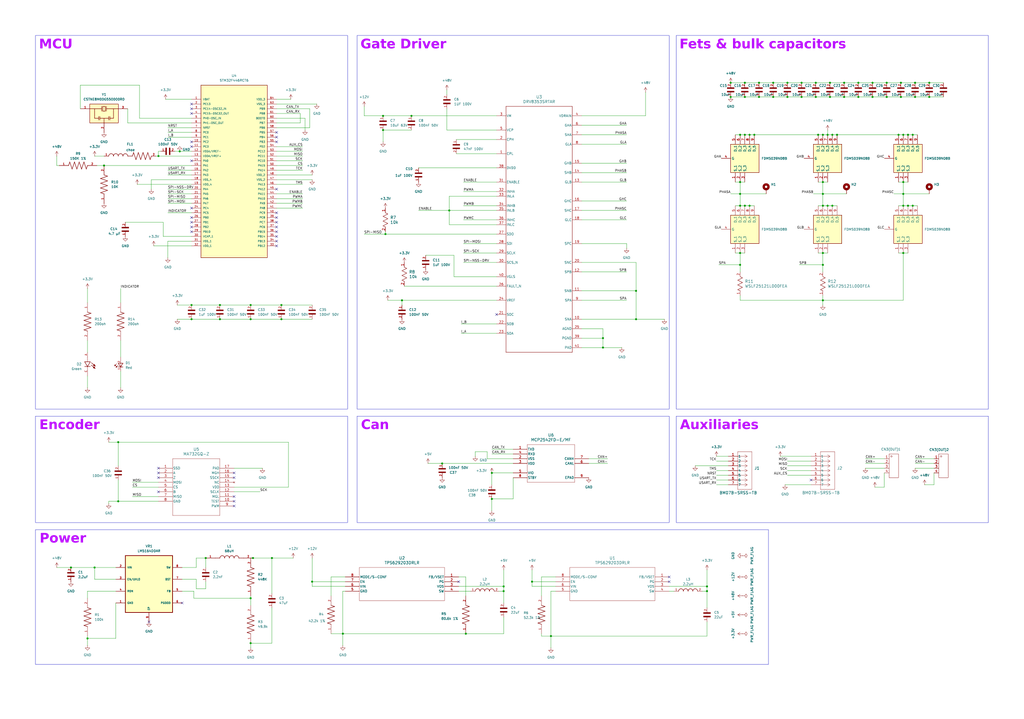
<source format=kicad_sch>
(kicad_sch (version 20250114) (generator "eeschema") (generator_version "9.0")
  (paper "User" 550 386.08)
  (title_block (title "Dash 48V") (date "2025-12-02") (company "DARoS Lab"))
  (rectangle (start 191.77 19.05) (end 359.41 219.71))
  (rectangle (start 19.05 19.05) (end 186.69 219.71))
  (rectangle (start 363.22 223.52) (end 530.86 280.67))
  (rectangle (start 191.77 223.52) (end 359.41 280.67))
  (rectangle (start 19.05 284.48) (end 412.75 356.87))
  (rectangle (start 19.05 223.52) (end 186.69 280.67))
  (rectangle (start 363.22 19.05) (end 530.86 219.71))
  (text "MCU" (at 29.972 25.4 0) (effects (font (size 5.08 5.08) (thickness 1.016) (bold yes))))
  (text "Auxiliaries" (at 386.334 229.87 0) (effects (font (size 5.08 5.08) (thickness 1.016) (bold yes))))
  (text "Gate Driver" (at 216.662 25.4 0) (effects (font (size 5.08 5.08) (thickness 1.016) (bold yes))))
  (text "Can\n" (at 201.422 229.87 0) (effects (font (size 5.08 5.08) (thickness 1.016) (bold yes))))
  (text "Encoder" (at 37.338 229.87 0) (effects (font (size 5.08 5.08) (thickness 1.016) (bold yes))))
  (text "Fets & bulk capacitors" (at 409.702 25.4 0) (effects (font (size 5.08 5.08) (thickness 1.016) (bold yes))))
  (text "Power" (at 33.782 290.83 0) (effects (font (size 5.08 5.08) (thickness 1.016) (bold yes))))
  (junction (at 490.22 72.39))
  (junction (at 422.91 44.45))
  (junction (at 491.49 44.45))
  (junction (at 485.14 97.79))
  (junction (at 483.87 52.07))
  (junction (at 379.73 317.5))
  (junction (at 441.96 110.49))
  (junction (at 444.5 72.39))
  (junction (at 499.11 44.45))
  (junction (at 444.5 110.49))
  (junction (at 118.11 163.83))
  (junction (at 392.43 44.45))
  (junction (at 407.67 52.07))
  (junction (at 400.05 44.45))
  (junction (at 447.04 110.49))
  (junction (at 445.77 44.45))
  (junction (at 441.96 72.39))
  (junction (at 96.52 81.28))
  (junction (at 405.13 72.39))
  (junction (at 85.09 83.82))
  (junction (at 118.11 171.45))
  (junction (at 487.68 72.39))
  (junction (at 430.53 52.07))
  (junction (at 415.29 44.45))
  (junction (at 205.74 62.23))
  (junction (at 264.16 254))
  (junction (at 264.16 267.97))
  (junction (at 422.91 52.07))
  (junction (at 379.73 314.96))
  (junction (at 397.51 72.39))
  (junction (at 441.96 135.89))
  (junction (at 397.51 135.89))
  (junction (at 295.91 341.63))
  (junction (at 402.59 72.39))
  (junction (at 468.63 52.07))
  (junction (at 207.01 125.73))
  (junction (at 400.05 110.49))
  (junction (at 441.96 161.29))
  (junction (at 499.11 52.07))
  (junction (at 134.62 345.44))
  (junction (at 241.3 113.03))
  (junction (at 445.77 52.07))
  (junction (at 184.15 340.36))
  (junction (at 476.25 44.45))
  (junction (at 430.53 44.45))
  (junction (at 250.19 340.36))
  (junction (at 461.01 44.45))
  (junction (at 415.29 52.07))
  (junction (at 487.68 110.49))
  (junction (at 441.96 142.24))
  (junction (at 63.5 237.49))
  (junction (at 134.62 171.45))
  (junction (at 407.67 44.45))
  (junction (at 449.58 72.39))
  (junction (at 146.05 299.72))
  (junction (at 397.51 110.49))
  (junction (at 270.51 314.96))
  (junction (at 110.49 299.72))
  (junction (at 397.51 97.79))
  (junction (at 134.62 321.31))
  (junction (at 135.89 299.72))
  (junction (at 392.43 52.07))
  (junction (at 485.14 135.89))
  (junction (at 285.75 312.42))
  (junction (at 491.49 52.07))
  (junction (at 490.22 110.49))
  (junction (at 397.51 142.24))
  (junction (at 167.64 312.42))
  (junction (at 323.85 181.61))
  (junction (at 220.98 62.23))
  (junction (at 205.74 69.85))
  (junction (at 468.63 44.45))
  (junction (at 341.63 156.21))
  (junction (at 438.15 44.45))
  (junction (at 400.05 72.39))
  (junction (at 438.15 52.07))
  (junction (at 402.59 110.49))
  (junction (at 447.04 72.39))
  (junction (at 50.8 304.8))
  (junction (at 102.87 163.83))
  (junction (at 482.6 72.39))
  (junction (at 270.51 317.5))
  (junction (at 485.14 110.49))
  (junction (at 441.96 97.79))
  (junction (at 38.1 304.8))
  (junction (at 476.25 52.07))
  (junction (at 485.14 72.39))
  (junction (at 441.96 104.14))
  (junction (at 439.42 72.39))
  (junction (at 102.87 171.45))
  (junction (at 483.87 44.45))
  (junction (at 485.14 104.14))
  (junction (at 453.39 44.45))
  (junction (at 341.63 171.45))
  (junction (at 134.62 163.83))
  (junction (at 63.5 269.24))
  (junction (at 400.05 52.07))
  (junction (at 46.99 342.9))
  (junction (at 55.88 88.9))
  (junction (at 453.39 52.07))
  (junction (at 151.13 163.83))
  (junction (at 237.49 248.92))
  (junction (at 151.13 171.45))
  (junction (at 323.85 186.69))
  (junction (at 215.9 161.29))
  (junction (at 397.51 104.14))
  (junction (at 461.01 52.07))
  (no_connect (at 125.73 256.54))
  (no_connect (at 125.73 271.78))
  (no_connect (at 102.87 116.84))
  (no_connect (at 102.87 111.76))
  (no_connect (at 125.73 254))
  (no_connect (at 148.59 114.3))
  (no_connect (at 148.59 73.66))
  (no_connect (at 148.59 121.92))
  (no_connect (at 102.87 58.42))
  (no_connect (at 102.87 55.88))
  (no_connect (at 85.09 251.46))
  (no_connect (at 97.79 323.85))
  (no_connect (at 359.41 312.42))
  (no_connect (at 102.87 60.96))
  (no_connect (at 102.87 119.38))
  (no_connect (at 102.87 121.92))
  (no_connect (at 148.59 124.46))
  (no_connect (at 125.73 269.24))
  (no_connect (at 148.59 119.38))
  (no_connect (at 85.09 254))
  (no_connect (at 435.61 257.81))
  (no_connect (at 148.59 127))
  (no_connect (at 359.41 309.88))
  (no_connect (at 148.59 76.2))
  (no_connect (at 148.59 101.6))
  (no_connect (at 148.59 116.84))
  (no_connect (at 148.59 132.08))
  (no_connect (at 102.87 86.36))
  (no_connect (at 102.87 78.74))
  (no_connect (at 148.59 71.12))
  (no_connect (at 80.01 334.01))
  (no_connect (at 102.87 76.2))
  (no_connect (at 125.73 266.7))
  (no_connect (at 266.7 168.91))
  (no_connect (at 148.59 129.54))
  (no_connect (at 246.38 312.42))
  (no_connect (at 85.09 256.54))
  (no_connect (at 85.09 264.16))
  (no_connect (at 102.87 124.46))
  (wire (pts (xy 436.88 104.14) (xy 441.96 104.14)))
  (wire (pts (xy 336.55 130.81) (xy 336.55 133.35)))
  (wire (pts (xy 135.89 299.72) (xy 146.05 299.72)))
  (wire (pts (xy 105.41 299.72) (xy 110.49 299.72)))
  (wire (pts (xy 46.99 182.88) (xy 46.99 189.23)))
  (wire (pts (xy 243.84 148.59) (xy 243.84 137.16)))
  (wire (pts (xy 82.55 132.08) (xy 102.87 132.08)))
  (wire (pts (xy 435.61 247.65) (xy 422.91 247.65)))
  (wire (pts (xy 430.53 44.45) (xy 438.15 44.45)))
  (wire (pts (xy 312.42 176.53) (xy 323.85 176.53)))
  (wire (pts (xy 312.42 146.05) (xy 336.55 146.05)))
  (wire (pts (xy 220.98 62.23) (xy 205.74 62.23)))
  (wire (pts (xy 295.91 341.63) (xy 379.73 341.63)))
  (wire (pts (xy 394.97 135.89) (xy 397.51 135.89)))
  (wire (pts (xy 439.42 135.89) (xy 441.96 135.89)))
  (wire (pts (xy 397.51 72.39) (xy 400.05 72.39)))
  (wire (pts (xy 148.59 99.06) (xy 162.56 99.06)))
  (wire (pts (xy 167.64 299.72) (xy 167.64 312.42)))
  (wire (pts (xy 134.62 299.72) (xy 135.89 299.72)))
  (wire (pts (xy 248.92 130.81) (xy 266.7 130.81)))
  (wire (pts (xy 397.51 104.14) (xy 397.51 110.49)))
  (wire (pts (xy 90.17 91.44) (xy 102.87 91.44)))
  (wire (pts (xy 90.17 71.12) (xy 102.87 71.12)))
  (wire (pts (xy 323.85 186.69) (xy 323.85 181.61)))
  (wire (pts (xy 438.15 44.45) (xy 445.77 44.45)))
  (wire (pts (xy 468.63 44.45) (xy 476.25 44.45)))
  (wire (pts (xy 397.51 97.79) (xy 400.05 97.79)))
  (wire (pts (xy 243.84 137.16) (xy 228.6 137.16)))
  (wire (pts (xy 407.67 52.07) (xy 415.29 52.07)))
  (wire (pts (xy 359.41 317.5) (xy 361.95 317.5)))
  (wire (pts (xy 88.9 53.34) (xy 102.87 53.34)))
  (wire (pts (xy 501.65 260.35) (xy 496.57 260.35)))
  (wire (pts (xy 87.63 119.38) (xy 67.31 119.38)))
  (wire (pts (xy 245.11 82.55) (xy 266.7 82.55)))
  (wire (pts (xy 391.16 255.27) (xy 384.81 255.27)))
  (wire (pts (xy 63.5 257.81) (xy 63.5 269.24)))
  (wire (pts (xy 104.14 317.5) (xy 104.14 321.31)))
  (wire (pts (xy 163.83 63.5) (xy 163.83 69.85)))
  (wire (pts (xy 435.61 260.35) (xy 421.64 260.35)))
  (wire (pts (xy 146.05 318.77) (xy 146.05 299.72)))
  (wire (pts (xy 400.05 52.07) (xy 407.67 52.07)))
  (wire (pts (xy 87.63 127) (xy 87.63 119.38)))
  (wire (pts (xy 474.98 261.62) (xy 469.9 261.62)))
  (wire (pts (xy 485.14 97.79) (xy 487.68 97.79)))
  (wire (pts (xy 151.13 171.45) (xy 167.64 171.45)))
  (wire (pts (xy 377.19 317.5) (xy 379.73 317.5)))
  (wire (pts (xy 275.59 267.97) (xy 264.16 267.97)))
  (wire (pts (xy 392.43 52.07) (xy 400.05 52.07)))
  (wire (pts (xy 480.06 104.14) (xy 485.14 104.14)))
  (wire (pts (xy 248.92 140.97) (xy 266.7 140.97)))
  (wire (pts (xy 295.91 341.63) (xy 295.91 347.98)))
  (wire (pts (xy 415.29 44.45) (xy 422.91 44.45)))
  (wire (pts (xy 81.28 96.52) (xy 102.87 96.52)))
  (wire (pts (xy 490.22 110.49) (xy 492.76 110.49)))
  (wire (pts (xy 474.98 254) (xy 474.98 261.62)))
  (wire (pts (xy 184.15 340.36) (xy 184.15 346.71)))
  (wire (pts (xy 62.23 342.9) (xy 46.99 342.9)))
  (wire (pts (xy 441.96 97.79) (xy 441.96 104.14)))
  (wire (pts (xy 290.83 341.63) (xy 295.91 341.63)))
  (wire (pts (xy 177.8 309.88) (xy 177.8 320.04)))
  (wire (pts (xy 68.58 58.42) (xy 68.58 66.04)))
  (wire (pts (xy 464.82 248.92) (xy 474.98 248.92)))
  (wire (pts (xy 429.26 142.24) (xy 441.96 142.24)))
  (wire (pts (xy 285.75 314.96) (xy 298.45 314.96)))
  (wire (pts (xy 161.29 60.96) (xy 161.29 66.04)))
  (wire (pts (xy 379.73 317.5) (xy 379.73 314.96)))
  (wire (pts (xy 441.96 97.79) (xy 444.5 97.79)))
  (wire (pts (xy 30.48 304.8) (xy 38.1 304.8)))
  (wire (pts (xy 312.42 87.63) (xy 336.55 87.63)))
  (wire (pts (xy 435.61 252.73) (xy 422.91 252.73)))
  (wire (pts (xy 397.51 135.89) (xy 397.51 142.24)))
  (wire (pts (xy 146.05 299.72) (xy 157.48 299.72)))
  (wire (pts (xy 166.37 58.42) (xy 166.37 68.58)))
  (wire (pts (xy 240.03 69.85) (xy 240.03 58.42)))
  (wire (pts (xy 391.16 260.35) (xy 384.81 260.35)))
  (wire (pts (xy 461.01 52.07) (xy 468.63 52.07)))
  (wire (pts (xy 485.14 104.14) (xy 485.14 110.49)))
  (wire (pts (xy 261.62 242.57) (xy 255.27 242.57)))
  (wire (pts (xy 270.51 317.5) (xy 267.97 317.5)))
  (wire (pts (xy 71.12 261.62) (xy 85.09 261.62)))
  (wire (pts (xy 312.42 161.29) (xy 336.55 161.29)))
  (wire (pts (xy 444.5 110.49) (xy 447.04 110.49)))
  (wire (pts (xy 264.16 267.97) (xy 264.16 274.32)))
  (wire (pts (xy 441.96 161.29) (xy 485.14 161.29)))
  (wire (pts (xy 422.91 52.07) (xy 430.53 52.07)))
  (wire (pts (xy 312.42 92.71) (xy 336.55 92.71)))
  (wire (pts (xy 148.59 93.98) (xy 167.64 93.98)))
  (wire (pts (xy 323.85 186.69) (xy 334.01 186.69)))
  (wire (pts (xy 441.96 135.89) (xy 444.5 135.89)))
  (wire (pts (xy 90.17 101.6) (xy 102.87 101.6)))
  (wire (pts (xy 64.77 199.39) (xy 64.77 208.28)))
  (wire (pts (xy 237.49 248.92) (xy 275.59 248.92)))
  (wire (pts (xy 224.79 113.03) (xy 241.3 113.03)))
  (wire (pts (xy 102.87 171.45) (xy 118.11 171.45)))
  (wire (pts (xy 445.77 44.45) (xy 453.39 44.45)))
  (wire (pts (xy 264.16 241.3) (xy 275.59 241.3)))
  (wire (pts (xy 177.8 340.36) (xy 184.15 340.36)))
  (wire (pts (xy 148.59 111.76) (xy 162.56 111.76)))
  (wire (pts (xy 501.65 254) (xy 501.65 260.35)))
  (wire (pts (xy 118.11 163.83) (xy 134.62 163.83)))
  (wire (pts (xy 246.38 309.88) (xy 250.19 309.88)))
  (wire (pts (xy 435.61 250.19) (xy 422.91 250.19)))
  (wire (pts (xy 402.59 72.39) (xy 405.13 72.39)))
  (wire (pts (xy 464.82 251.46) (xy 474.98 251.46)))
  (wire (pts (xy 312.42 171.45) (xy 341.63 171.45)))
  (wire (pts (xy 346.71 49.53) (xy 346.71 62.23)))
  (wire (pts (xy 81.28 96.52) (xy 81.28 101.6)))
  (wire (pts (xy 397.51 104.14) (xy 411.48 104.14)))
  (wire (pts (xy 391.16 247.65) (xy 384.81 247.65)))
  (wire (pts (xy 246.38 317.5) (xy 252.73 317.5)))
  (wire (pts (xy 449.58 72.39) (xy 482.6 72.39)))
  (wire (pts (xy 266.7 120.65) (xy 241.3 120.65)))
  (wire (pts (xy 266.7 62.23) (xy 220.98 62.23)))
  (wire (pts (xy 435.61 245.11) (xy 419.1 245.11)))
  (wire (pts (xy 397.51 142.24) (xy 397.51 146.05)))
  (wire (pts (xy 166.37 68.58) (xy 148.59 68.58)))
  (wire (pts (xy 312.42 67.31) (xy 336.55 67.31)))
  (wire (pts (xy 323.85 181.61) (xy 323.85 176.53)))
  (wire (pts (xy 43.18 45.72) (xy 43.18 58.42)))
  (wire (pts (xy 487.68 72.39) (xy 490.22 72.39)))
  (wire (pts (xy 207.01 125.73) (xy 207.01 124.46)))
  (wire (pts (xy 439.42 72.39) (xy 441.96 72.39)))
  (wire (pts (xy 483.87 44.45) (xy 491.49 44.45)))
  (wire (pts (xy 134.62 163.83) (xy 151.13 163.83)))
  (wire (pts (xy 379.73 317.5) (xy 379.73 326.39)))
  (wire (pts (xy 491.49 251.46) (xy 501.65 251.46)))
  (wire (pts (xy 439.42 97.79) (xy 441.96 97.79)))
  (wire (pts (xy 134.62 171.45) (xy 151.13 171.45)))
  (wire (pts (xy 134.62 320.04) (xy 134.62 321.31)))
  (wire (pts (xy 397.51 97.79) (xy 397.51 104.14)))
  (wire (pts (xy 397.51 110.49) (xy 400.05 110.49)))
  (wire (pts (xy 90.17 109.22) (xy 102.87 109.22)))
  (wire (pts (xy 30.48 83.82) (xy 30.48 88.9)))
  (wire (pts (xy 134.62 321.31) (xy 134.62 325.12)))
  (wire (pts (xy 148.59 96.52) (xy 167.64 96.52)))
  (wire (pts (xy 447.04 72.39) (xy 449.58 72.39)))
  (wire (pts (xy 58.42 237.49) (xy 63.5 237.49)))
  (wire (pts (xy 391.16 250.19) (xy 373.38 250.19)))
  (wire (pts (xy 241.3 105.41) (xy 241.3 113.03)))
  (wire (pts (xy 285.75 306.07) (xy 285.75 312.42)))
  (wire (pts (xy 105.41 316.23) (xy 110.49 316.23)))
  (wire (pts (xy 275.59 256.54) (xy 275.59 267.97)))
  (wire (pts (xy 167.64 312.42) (xy 167.64 314.96)))
  (wire (pts (xy 485.14 104.14) (xy 499.11 104.14)))
  (wire (pts (xy 62.23 311.15) (xy 50.8 311.15)))
  (wire (pts (xy 50.8 83.82) (xy 55.88 83.82)))
  (wire (pts (xy 316.23 248.92) (xy 326.39 248.92)))
  (wire (pts (xy 266.7 69.85) (xy 240.03 69.85)))
  (wire (pts (xy 224.79 90.17) (xy 266.7 90.17)))
  (wire (pts (xy 341.63 156.21) (xy 341.63 171.45)))
  (wire (pts (xy 55.88 88.9) (xy 102.87 88.9)))
  (wire (pts (xy 85.09 81.28) (xy 85.09 83.82)))
  (wire (pts (xy 441.96 104.14) (xy 441.96 110.49)))
  (wire (pts (xy 397.51 158.75) (xy 397.51 161.29)))
  (wire (pts (xy 476.25 52.07) (xy 483.87 52.07)))
  (wire (pts (xy 64.77 182.88) (xy 64.77 191.77)))
  (wire (pts (xy 482.6 72.39) (xy 485.14 72.39)))
  (wire (pts (xy 185.42 309.88) (xy 177.8 309.88)))
  (wire (pts (xy 266.7 105.41) (xy 241.3 105.41)))
  (wire (pts (xy 184.15 317.5) (xy 184.15 340.36)))
  (wire (pts (xy 394.97 72.39) (xy 397.51 72.39)))
  (wire (pts (xy 250.19 340.36) (xy 184.15 340.36)))
  (wire (pts (xy 312.42 77.47) (xy 336.55 77.47)))
  (wire (pts (xy 444.5 69.85) (xy 444.5 72.39)))
  (wire (pts (xy 485.14 161.29) (xy 485.14 135.89)))
  (wire (pts (xy 167.64 314.96) (xy 185.42 314.96)))
  (wire (pts (xy 407.67 44.45) (xy 415.29 44.45)))
  (wire (pts (xy 247.65 173.99) (xy 266.7 173.99)))
  (wire (pts (xy 312.42 186.69) (xy 323.85 186.69)))
  (wire (pts (xy 312.42 113.03) (xy 336.55 113.03)))
  (wire (pts (xy 248.92 118.11) (xy 266.7 118.11)))
  (wire (pts (xy 422.91 44.45) (xy 430.53 44.45)))
  (wire (pts (xy 46.99 154.94) (xy 46.99 162.56)))
  (wire (pts (xy 430.53 52.07) (xy 438.15 52.07)))
  (wire (pts (xy 95.25 171.45) (xy 102.87 171.45)))
  (wire (pts (xy 270.51 306.07) (xy 270.51 314.96)))
  (wire (pts (xy 245.11 74.93) (xy 266.7 74.93)))
  (wire (pts (xy 102.87 129.54) (xy 90.17 129.54)))
  (wire (pts (xy 415.29 52.07) (xy 422.91 52.07)))
  (wire (pts (xy 391.16 257.81) (xy 384.81 257.81)))
  (wire (pts (xy 312.42 72.39) (xy 336.55 72.39)))
  (wire (pts (xy 312.42 181.61) (xy 323.85 181.61)))
  (wire (pts (xy 402.59 110.49) (xy 405.13 110.49)))
  (wire (pts (xy 312.42 118.11) (xy 336.55 118.11)))
  (wire (pts (xy 270.51 314.96) (xy 270.51 317.5)))
  (wire (pts (xy 312.42 140.97) (xy 341.63 140.97)))
  (wire (pts (xy 148.59 88.9) (xy 162.56 88.9)))
  (wire (pts (xy 392.43 104.14) (xy 397.51 104.14)))
  (wire (pts (xy 148.59 104.14) (xy 162.56 104.14)))
  (wire (pts (xy 400.05 44.45) (xy 407.67 44.45)))
  (wire (pts (xy 264.16 254) (xy 264.16 260.35)))
  (wire (pts (xy 205.74 69.85) (xy 205.74 76.2)))
  (wire (pts (xy 148.59 109.22) (xy 162.56 109.22)))
  (wire (pts (xy 441.96 104.14) (xy 454.66 104.14)))
  (wire (pts (xy 397.51 135.89) (xy 400.05 135.89)))
  (wire (pts (xy 148.59 60.96) (xy 161.29 60.96)))
  (wire (pts (xy 441.96 163.83) (xy 441.96 161.29)))
  (wire (pts (xy 154.94 261.62) (xy 154.94 237.49)))
  (wire (pts (xy 485.14 97.79) (xy 485.14 104.14)))
  (wire (pts (xy 215.9 161.29) (xy 215.9 163.83)))
  (wire (pts (xy 435.61 255.27) (xy 422.91 255.27)))
  (wire (pts (xy 312.42 156.21) (xy 341.63 156.21)))
  (wire (pts (xy 270.51 340.36) (xy 250.19 340.36)))
  (wire (pts (xy 146.05 326.39) (xy 146.05 345.44)))
  (wire (pts (xy 90.17 68.58) (xy 102.87 68.58)))
  (wire (pts (xy 275.59 246.38) (xy 261.62 246.38)))
  (wire (pts (xy 85.09 269.24) (xy 63.5 269.24)))
  (wire (pts (xy 290.83 309.88) (xy 290.83 320.04)))
  (wire (pts (xy 90.17 73.66) (xy 102.87 73.66)))
  (wire (pts (xy 248.92 97.79) (xy 266.7 97.79)))
  (wire (pts (xy 205.74 62.23) (xy 195.58 62.23)))
  (wire (pts (xy 217.17 153.67) (xy 266.7 153.67)))
  (wire (pts (xy 148.59 81.28) (xy 162.56 81.28)))
  (wire (pts (xy 46.99 317.5) (xy 46.99 321.31)))
  (wire (pts (xy 85.09 83.82) (xy 102.87 83.82)))
  (wire (pts (xy 105.41 311.15) (xy 105.41 316.23)))
  (wire (pts (xy 125.73 264.16) (xy 139.7 264.16)))
  (wire (pts (xy 499.11 52.07) (xy 506.73 52.07)))
  (wire (pts (xy 96.52 81.28) (xy 102.87 81.28)))
  (wire (pts (xy 50.8 304.8) (xy 62.23 304.8)))
  (wire (pts (xy 453.39 44.45) (xy 461.01 44.45)))
  (wire (pts (xy 439.42 110.49) (xy 441.96 110.49)))
  (wire (pts (xy 46.99 201.93) (xy 46.99 208.28)))
  (wire (pts (xy 341.63 171.45) (xy 356.87 171.45)))
  (wire (pts (xy 58.42 269.24) (xy 58.42 270.51)))
  (wire (pts (xy 105.41 304.8) (xy 105.41 299.72)))
  (wire (pts (xy 312.42 130.81) (xy 336.55 130.81)))
  (wire (pts (xy 148.59 83.82) (xy 162.56 83.82)))
  (wire (pts (xy 148.59 55.88) (xy 170.18 55.88)))
  (wire (pts (xy 391.16 252.73) (xy 384.81 252.73)))
  (wire (pts (xy 400.05 72.39) (xy 402.59 72.39)))
  (wire (pts (xy 247.65 179.07) (xy 266.7 179.07)))
  (wire (pts (xy 461.01 44.45) (xy 468.63 44.45)))
  (wire (pts (xy 31.75 88.9) (xy 30.48 88.9)))
  (wire (pts (xy 491.49 248.92) (xy 501.65 248.92)))
  (wire (pts (xy 266.7 125.73) (xy 207.01 125.73)))
  (wire (pts (xy 97.79 311.15) (xy 105.41 311.15)))
  (wire (pts (xy 110.49 316.23) (xy 110.49 312.42)))
  (wire (pts (xy 445.77 52.07) (xy 453.39 52.07)))
  (wire (pts (xy 476.25 44.45) (xy 483.87 44.45)))
  (wire (pts (xy 185.42 317.5) (xy 184.15 317.5)))
  (wire (pts (xy 379.73 314.96) (xy 379.73 306.07)))
  (wire (pts (xy 195.58 125.73) (xy 207.01 125.73)))
  (wire (pts (xy 441.96 110.49) (xy 444.5 110.49)))
  (wire (pts (xy 50.8 311.15) (xy 50.8 304.8)))
  (wire (pts (xy 38.1 304.8) (xy 50.8 304.8)))
  (wire (pts (xy 482.6 97.79) (xy 485.14 97.79)))
  (wire (pts (xy 90.17 129.54) (xy 90.17 138.43)))
  (wire (pts (xy 312.42 97.79) (xy 336.55 97.79)))
  (wire (pts (xy 151.13 163.83) (xy 167.64 163.83)))
  (wire (pts (xy 405.13 72.39) (xy 439.42 72.39)))
  (wire (pts (xy 102.87 163.83) (xy 118.11 163.83)))
  (wire (pts (xy 102.87 127) (xy 87.63 127)))
  (wire (pts (xy 441.96 72.39) (xy 444.5 72.39)))
  (wire (pts (xy 485.14 72.39) (xy 487.68 72.39)))
  (wire (pts (xy 74.93 63.5) (xy 74.93 45.72)))
  (wire (pts (xy 208.28 161.29) (xy 215.9 161.29)))
  (wire (pts (xy 90.17 93.98) (xy 102.87 93.98)))
  (wire (pts (xy 71.12 266.7) (xy 85.09 266.7)))
  (wire (pts (xy 490.22 72.39) (xy 492.76 72.39)))
  (wire (pts (xy 97.79 317.5) (xy 104.14 317.5)))
  (wire (pts (xy 285.75 312.42) (xy 298.45 312.42)))
  (wire (pts (xy 394.97 97.79) (xy 397.51 97.79)))
  (wire (pts (xy 46.99 346.71) (xy 46.99 342.9)))
  (wire (pts (xy 295.91 317.5) (xy 295.91 341.63)))
  (wire (pts (xy 148.59 86.36) (xy 162.56 86.36)))
  (wire (pts (xy 146.05 345.44) (xy 134.62 345.44)))
  (wire (pts (xy 95.25 163.83) (xy 102.87 163.83)))
  (wire (pts (xy 68.58 66.04) (xy 102.87 66.04)))
  (wire (pts (xy 118.11 171.45) (xy 134.62 171.45)))
  (wire (pts (xy 485.14 135.89) (xy 487.68 135.89)))
  (wire (pts (xy 93.98 81.28) (xy 96.52 81.28)))
  (wire (pts (xy 391.16 245.11) (xy 384.81 245.11)))
  (wire (pts (xy 275.59 254) (xy 264.16 254)))
  (wire (pts (xy 248.92 135.89) (xy 266.7 135.89)))
  (wire (pts (xy 229.87 248.92) (xy 237.49 248.92)))
  (wire (pts (xy 441.96 135.89) (xy 441.96 142.24)))
  (wire (pts (xy 71.12 259.08) (xy 85.09 259.08)))
  (wire (pts (xy 482.6 110.49) (xy 485.14 110.49)))
  (wire (pts (xy 453.39 52.07) (xy 461.01 52.07)))
  (wire (pts (xy 240.03 48.26) (xy 240.03 50.8)))
  (wire (pts (xy 441.96 142.24) (xy 441.96 146.05)))
  (wire (pts (xy 261.62 246.38) (xy 261.62 242.57)))
  (wire (pts (xy 63.5 237.49) (xy 154.94 237.49)))
  (wire (pts (xy 90.17 114.3) (xy 102.87 114.3)))
  (wire (pts (xy 270.51 331.47) (xy 270.51 340.36)))
  (wire (pts (xy 444.5 72.39) (xy 447.04 72.39)))
  (wire (pts (xy 83.82 83.82) (xy 85.09 83.82)))
  (wire (pts (xy 298.45 317.5) (xy 295.91 317.5)))
  (wire (pts (xy 90.17 104.14) (xy 102.87 104.14)))
  (wire (pts (xy 241.3 120.65) (xy 241.3 113.03)))
  (wire (pts (xy 90.17 106.68) (xy 102.87 106.68)))
  (wire (pts (xy 397.51 161.29) (xy 441.96 161.29)))
  (wire (pts (xy 246.38 314.96) (xy 270.51 314.96)))
  (wire (pts (xy 379.73 334.01) (xy 379.73 341.63)))
  (wire (pts (xy 148.59 53.34) (xy 156.21 53.34)))
  (wire (pts (xy 102.87 63.5) (xy 74.93 63.5)))
  (wire (pts (xy 270.51 317.5) (xy 270.51 323.85)))
  (wire (pts (xy 63.5 269.24) (xy 58.42 269.24)))
  (wire (pts (xy 482.6 135.89) (xy 485.14 135.89)))
  (wire (pts (xy 63.5 237.49) (xy 63.5 250.19)))
  (wire (pts (xy 73.66 99.06) (xy 102.87 99.06)))
  (wire (pts (xy 46.99 342.9) (xy 46.99 341.63)))
  (wire (pts (xy 400.05 110.49) (xy 402.59 110.49)))
  (wire (pts (xy 104.14 321.31) (xy 134.62 321.31)))
  (wire (pts (xy 438.15 52.07) (xy 445.77 52.07)))
  (wire (pts (xy 316.23 246.38) (xy 326.39 246.38)))
  (wire (pts (xy 290.83 340.36) (xy 290.83 341.63)))
  (wire (pts (xy 491.49 52.07) (xy 499.11 52.07)))
  (wire (pts (xy 148.59 106.68) (xy 162.56 106.68)))
  (wire (pts (xy 255.27 242.57) (xy 255.27 245.11)))
  (wire (pts (xy 447.04 110.49) (xy 449.58 110.49)))
  (wire (pts (xy 487.68 110.49) (xy 490.22 110.49)))
  (wire (pts (xy 248.92 102.87) (xy 266.7 102.87)))
  (wire (pts (xy 62.23 323.85) (xy 62.23 342.9)))
  (wire (pts (xy 125.73 261.62) (xy 154.94 261.62)))
  (wire (pts (xy 148.59 91.44) (xy 162.56 91.44)))
  (wire (pts (xy 148.59 58.42) (xy 166.37 58.42)))
  (wire (pts (xy 441.96 161.29) (xy 441.96 158.75)))
  (wire (pts (xy 346.71 62.23) (xy 312.42 62.23)))
  (wire (pts (xy 110.49 299.72) (xy 110.49 304.8)))
  (wire (pts (xy 264.16 243.84) (xy 275.59 243.84)))
  (wire (pts (xy 250.19 309.88) (xy 250.19 320.04)))
  (wire (pts (xy 241.3 113.03) (xy 266.7 113.03)))
  (wire (pts (xy 148.59 78.74) (xy 162.56 78.74)))
  (wire (pts (xy 64.77 154.94) (xy 64.77 162.56)))
  (wire (pts (xy 394.97 110.49) (xy 397.51 110.49)))
  (wire (pts (xy 86.36 81.28) (xy 85.09 81.28)))
  (wire (pts (xy 491.49 44.45) (xy 499.11 44.45)))
  (wire (pts (xy 359.41 314.96) (xy 379.73 314.96)))
  (wire (pts (xy 499.11 44.45) (xy 506.73 44.45)))
  (wire (pts (xy 205.74 69.85) (xy 220.98 69.85)))
  (wire (pts (xy 248.92 110.49) (xy 266.7 110.49)))
  (wire (pts (xy 195.58 62.23) (xy 195.58 57.15)))
  (wire (pts (xy 341.63 140.97) (xy 341.63 156.21)))
  (wire (pts (xy 62.23 317.5) (xy 46.99 317.5)))
  (wire (pts (xy 483.87 52.07) (xy 491.49 52.07)))
  (wire (pts (xy 134.62 347.98) (xy 134.62 345.44)))
  (wire (pts (xy 97.79 304.8) (xy 105.41 304.8)))
  (wire (pts (xy 491.49 246.38) (xy 501.65 246.38)))
  (wire (pts (xy 312.42 107.95) (xy 336.55 107.95)))
  (wire (pts (xy 298.45 309.88) (xy 290.83 309.88)))
  (wire (pts (xy 464.82 246.38) (xy 474.98 246.38)))
  (wire (pts (xy 215.9 161.29) (xy 266.7 161.29)))
  (wire (pts (xy 148.59 63.5) (xy 163.83 63.5)))
  (wire (pts (xy 392.43 44.45) (xy 400.05 44.45)))
  (wire (pts (xy 52.07 88.9) (xy 55.88 88.9)))
  (wire (pts (xy 285.75 312.42) (xy 285.75 314.96)))
  (wire (pts (xy 266.7 148.59) (xy 243.84 148.59)))
  (wire (pts (xy 161.29 66.04) (xy 148.59 66.04)))
  (wire (pts (xy 485.14 110.49) (xy 487.68 110.49)))
  (wire (pts (xy 74.93 45.72) (xy 43.18 45.72)))
  (wire (pts (xy 386.08 142.24) (xy 397.51 142.24)))
  (wire (pts (xy 125.73 251.46) (xy 140.97 251.46)))
  (wire (pts (xy 468.63 52.07) (xy 476.25 52.07)))
  (wire (pts (xy 167.64 312.42) (xy 185.42 312.42)))
  (label "TCK" (at 384.81 247.65 180))
  (label "TMS" (at 162.56 99.06 180))
  (label "PWMB" (at 248.92 110.49 0))
  (label "USART_TX" (at 384.81 257.81 180))
  (label "ENABLE" (at 224.79 113.03 0))
  (label "SCK" (at 139.7 264.16 0))
  (label "PHASB" (at 436.88 104.14 180))
  (label "GHC" (at 474.98 85.09 180))
  (label "GHC" (at 336.55 107.95 180))
  (label "CAN+" (at 326.39 246.38 180))
  (label "USART_RX" (at 384.81 260.35 180))
  (label "CAN_RX" (at 264.16 243.84 0))
  (label "MOSI" (at 422.91 247.65 180))
  (label "USART_RX" (at 90.17 93.98 0))
  (label "SPI-SCK" (at 248.92 135.89 0))
  (label "ENABLE" (at 248.92 97.79 0))
  (label "PWMC" (at 248.92 118.11 0))
  (label "CAN-" (at 464.82 248.92 0))
  (label "GHB" (at 336.55 87.63 180))
  (label "PHASC" (at 336.55 113.03 180))
  (label "TMS" (at 384.81 252.73 180))
  (label "MOSI" (at 71.12 259.08 0))
  (label "GLB" (at 431.8 123.19 180))
  (label "SPI-NSS-DRV" (at 90.17 101.6 0))
  (label "CAN_TX" (at 264.16 241.3 0))
  (label "SPI-MOSI" (at 248.92 130.81 0))
  (label "PWMC" (at 162.56 111.76 180))
  (label "TCK" (at 162.56 91.44 180))
  (label "GHA" (at 387.35 85.09 180))
  (label "CAN+" (at 464.82 246.38 0))
  (label "I_B" (at 247.65 173.99 0))
  (label "MISO" (at 422.91 250.19 180))
  (label "I_A" (at 90.17 71.12 0))
  (label "SPB" (at 429.26 142.24 0))
  (label "GHA" (at 336.55 67.31 180))
  (label "SPI-MISO" (at 90.17 106.68 0))
  (label "MOSI" (at 162.56 81.28 180))
  (label "CS" (at 71.12 261.62 0))
  (label "PHASB" (at 336.55 92.71 180))
  (label "PWMA" (at 248.92 102.87 0))
  (label "PHASA" (at 392.43 104.14 180))
  (label "SCK" (at 422.91 252.73 180))
  (label "ENABLE" (at 162.56 104.14 180))
  (label "AUX_CS" (at 422.91 255.27 180))
  (label "NRST" (at 384.81 255.27 180))
  (label "MISO" (at 162.56 83.82 180))
  (label "GLA" (at 387.35 123.19 180))
  (label "PHASC" (at 480.06 104.14 180))
  (label "I_A" (at 247.65 179.07 0))
  (label "GLA" (at 336.55 77.47 180))
  (label "SPA" (at 386.08 142.24 0))
  (label "SPI-MISO" (at 195.58 125.73 0))
  (label "GHB" (at 431.8 85.09 180))
  (label "MISO" (at 71.12 266.7 0))
  (label "CAN-" (at 326.39 248.92 180))
  (label "I_B" (at 90.17 73.66 0))
  (label "USART_TX" (at 90.17 91.44 0))
  (label "SCK" (at 162.56 86.36 180))
  (label "GLB" (at 336.55 97.79 180))
  (label "GLC" (at 474.98 123.19 180))
  (label "INDICATOR" (at 64.77 154.94 0))
  (label "SPI-SCK" (at 90.17 104.14 0))
  (label "SPI-NSS-DRV" (at 248.92 140.97 0))
  (label "CS" (at 162.56 88.9 180))
  (label "PWMA" (at 162.56 106.68 180))
  (label "AUX_CS" (at 162.56 78.74 180))
  (label "GLC" (at 336.55 118.11 180))
  (label "SPI-MOSI" (at 90.17 109.22 0))
  (label "PHASA" (at 336.55 72.39 180))
  (label "CAN-" (at 491.49 248.92 0))
  (label "SPA" (at 336.55 161.29 180))
  (label "CAN_TX" (at 153.67 58.42 0))
  (label "CAN+" (at 491.49 246.38 0))
  (label "PWMB" (at 162.56 109.22 180))
  (label "INDICATOR" (at 90.17 114.3 0))
  (label "CAN_RX" (at 153.67 60.96 0))
  (label "SPB" (at 336.55 146.05 180))
  (label "NRST" (at 90.17 68.58 0))
  (symbol (lib_id "power:GND") (at 46.99 346.71 0) (unit 1)
    (property "Reference" "#PWR03" (effects (hide yes)))
    (property "Value" "GND" (at 46.99 351.79 0))
    (property "Description" "Power symbol creates a global label with name \"GND\" , ground" (effects (hide yes)))
  )
  (symbol (lib_id "dash:CC0603JRX7R9BB104") (at 118.11 166.37 270) (unit 1)
    (property "Reference" "C31" (at 121.92 166.3699 90) (effects (justify left)))
    (property "Value" "100nF 50V" (at 121.92 168.9099 90) (effects (justify left)))
    (property "Footprint" "dash:CC0603JRX7R9BB104" (effects (hide yes)))
  )
  (symbol (lib_id "dash:GRM32ER71J106KA12L") (at 205.74 67.31 90) (unit 1)
    (property "Reference" "C7" (at 209.55 64.7699 90) (effects (justify right)))
    (property "Value" "10uF 63V" (at 209.55 67.3099 90) (effects (justify right)))
    (property "Footprint" "dash:GRM32ER71J106KA12L" (effects (hide yes)))
  )
  (symbol (lib_id "dash:CC0603JRX7R9BB104") (at 215.9 168.91 90) (unit 1)
    (property "Reference" "C12" (at 219.71 166.3699 90) (effects (justify right)))
    (property "Value" "100nF 50V" (at 219.71 168.9099 90) (effects (justify right)))
    (property "Footprint" "dash:CC0603JRX7R9BB104" (effects (hide yes)))
  )
  (symbol (lib_id "power:GND") (at 373.38 250.19 0) (unit 1)
    (property "Reference" "#PWR065" (effects (hide yes)))
    (property "Value" "GND" (at 373.38 255.27 0))
    (property "Description" "Power symbol creates a global label with name \"GND\" , ground" (effects (hide yes)))
  )
  (symbol (lib_id "power:+3.3V") (at 207.01 111.76 0) (unit 1)
    (property "Reference" "#PWR022" (effects (hide yes)))
    (property "Value" "+3.3V" (at 207.01 106.68 0))
    (property "Description" "Power symbol creates a global label with name \"+3.3V\"" (effects (hide yes)))
  )
  (symbol (lib_id "dash:GRM32EC72A106KE05L") (at 506.73 49.53 90) (unit 1)
    (property "Reference" "C30" (at 500.888 45.974 90) (effects (justify right)))
    (property "Value" "10uF" (at 501.65 50.8 90) (effects (justify right)))
    (property "Footprint" "dash:GRM32EC72A106KE05L" (effects (hide yes)))
    (property "Datasheet" "https://www.digikey.com/en/products/detail/murata-electronics/grm32ec72a106ke05l/7319245" (effects (hide yes)))
  )
  (symbol (lib_id "dash:RC0402FR_07150KL") (at 41.91 88.9 0) (unit 1)
    (property "Reference" "R9" (at 41.91 82.55 0))
    (property "Value" "150K 1%" (at 41.91 85.09 0))
    (property "Footprint" "dash:RC0402FR_07150KL" (effects (hide yes)))
    (property "Datasheet" "https://www.lcsc.com/product-detail/C93947.html" (effects (hide yes)))
  )
  (symbol (lib_id "power:+3.3V") (at 264.16 254 0) (unit 1)
    (property "Reference" "#PWR059" (effects (hide yes)))
    (property "Value" "+3.3V" (at 258.572 252.73 0))
    (property "Description" "Power symbol creates a global label with name \"+3.3V\"" (effects (hide yes)))
  )
  (symbol (lib_id "dash:GRM32EC72A106KE05L") (at 453.39 49.53 90) (unit 1)
    (property "Reference" "C23" (at 447.548 45.974 90) (effects (justify right)))
    (property "Value" "10uF" (at 448.31 50.8 90) (effects (justify right)))
    (property "Footprint" "dash:GRM32EC72A106KE05L" (effects (hide yes)))
    (property "Datasheet" "https://www.digikey.com/en/products/detail/murata-electronics/grm32ec72a106ke05l/7319245" (effects (hide yes)))
  )
  (symbol (lib_id "dash:GRM32EC72A106KE05L") (at 407.67 49.53 90) (unit 1)
    (property "Reference" "C17" (at 401.828 45.974 90) (effects (justify right)))
    (property "Value" "10uF" (at 402.59 50.8 90) (effects (justify right)))
    (property "Footprint" "dash:GRM32EC72A106KE05L" (effects (hide yes)))
    (property "Datasheet" "https://www.digikey.com/en/products/detail/murata-electronics/grm32ec72a106ke05l/7319245" (effects (hide yes)))
  )
  (symbol (lib_id "dash:CC0603JRX7R9BB104") (at 134.62 166.37 270) (unit 1)
    (property "Reference" "C33" (at 138.43 166.3699 90) (effects (justify left)))
    (property "Value" "100nF 50V" (at 138.43 168.9099 90) (effects (justify left)))
    (property "Footprint" "dash:CC0603JRX7R9BB104" (effects (hide yes)))
  )
  (symbol (lib_id "power:GND") (at 184.15 346.71 0) (unit 1)
    (property "Reference" "#PWR010" (effects (hide yes)))
    (property "Value" "GND" (at 184.15 351.79 0))
    (property "Description" "Power symbol creates a global label with name \"GND\" , ground" (effects (hide yes)))
  )
  (symbol (lib_id "dash:GRM32EC72A106KE05L") (at 400.05 49.53 90) (unit 1)
    (property "Reference" "C16" (at 394.208 45.974 90) (effects (justify right)))
    (property "Value" "10uF" (at 394.97 50.8 90) (effects (justify right)))
    (property "Footprint" "dash:GRM32EC72A106KE05L" (effects (hide yes)))
    (property "Datasheet" "https://www.digikey.com/en/products/detail/murata-electronics/grm32ec72a106ke05l/7319245" (effects (hide yes)))
  )
  (symbol (lib_id "dash:XT30(2+2)PB-M.G.B") (at 480.06 250.19 0) (unit 1)
    (property "Reference" "CN3(OUT)1" (at 473.202 241.3 0) (effects (justify left)))
    (property "Value" "XT30(2+2)PB-M.G.B" (effects (hide yes)))
    (property "Footprint" "dash:XT30(2+2)PB-M.G.B" (effects (hide yes)))
    (property "Manufacturer Part" "XT30(2+2)PB-M.G.B" (effects (hide yes)))
  )
  (symbol (lib_id "power:+3.3V") (at 217.17 140.97 0) (unit 1)
    (property "Reference" "#PWR024" (effects (hide yes)))
    (property "Value" "+3.3V" (at 217.17 135.89 0))
    (property "Description" "Power symbol creates a global label with name \"+3.3V\"" (effects (hide yes)))
  )
  (symbol (lib_id "dash:FDMS039N08B") (at 444.5 85.09 0) (unit 1)
    (property "Reference" "Q3" (effects (hide yes)))
    (property "Value" "FDMS039N08B" (at 453.39 85.0899 0) (effects (justify left)))
    (property "Footprint" "dash:FDMS039N08B" (effects (hide yes)))
    (property "Datasheet" "https://www.onsemi.com/pub/Collateral/FDMS039N08B-D.PDF" (effects (hide yes)))
    (property "Description" "100% UIL Tested; Low Reverse Recovery Charge, Qrr = 80nC; RDS(on) = 3.2 m (Typ.)@ VGS = 10 V, ID = 50 A; RoHS Compliant; Low FOM RDS(on) *QG; Fast Switching Speed; Enables highly efficiency in synchronous rectification; Soft reverse recovery Body Diode" (effects (hide yes)))
    (property "Height" "1.1" (effects (hide yes)))
    (property "Manufacturer_Name" "onsemi" (effects (hide yes)))
    (property "Manufacturer_Part_Number" "FDMS039N08B" (effects (hide yes)))
    (property "Mouser Part Number" "512-FDMS039N08B" (effects (hide yes)))
    (property "Mouser Price/Stock" "https://www.mouser.co.uk/ProductDetail/onsemi-Fairchild/FDMS039N08B?qs=EN3VjTIJKYFlfg%252B94RGiRQ%3D%3D" (effects (hide yes)))
    (property "Arrow Part Number" "FDMS039N08B" (effects (hide yes)))
    (property "Arrow Price/Stock" "https://www.arrow.com/en/products/fdms039n08b/on-semiconductor?region=nac" (effects (hide yes)))
  )
  (symbol (lib_id "power:GND") (at 237.49 256.54 0) (unit 1)
    (property "Reference" "#PWR061" (effects (hide yes)))
    (property "Value" "GND" (at 237.49 261.62 0))
    (property "Description" "Power symbol creates a global label with name \"GND\" , ground" (effects (hide yes)))
  )
  (symbol (lib_id "power:GND") (at 163.83 69.85 0) (unit 1)
    (property "Reference" "#PWR033" (effects (hide yes)))
    (property "Value" "GND" (at 163.83 74.93 0))
    (property "Description" "Power symbol creates a global label with name \"GND\" , ground" (effects (hide yes)))
  )
  (symbol (lib_id "dash:CC0603JRX7R9BB104") (at 151.13 166.37 270) (unit 1)
    (property "Reference" "C34" (at 154.94 166.3699 90) (effects (justify left)))
    (property "Value" "100nF 50V" (at 154.94 168.9099 90) (effects (justify left)))
    (property "Footprint" "dash:CC0603JRX7R9BB104" (effects (hide yes)))
  )
  (symbol (lib_id "power:+3.3V") (at 58.42 237.49 0) (unit 1)
    (property "Reference" "#PWR055" (effects (hide yes)))
    (property "Value" "+3.3V" (at 58.42 232.41 0))
    (property "Description" "Power symbol creates a global label with name \"+3.3V\"" (effects (hide yes)))
  )
  (symbol (lib_id "power:+48V") (at 240.03 48.26 0) (unit 1)
    (property "Reference" "#PWR019" (effects (hide yes)))
    (property "Value" "+48V" (at 240.03 43.18 0))
    (property "Description" "Power symbol creates a global label with name \"+48V\"" (effects (hide yes)))
  )
  (symbol (lib_id "dash:CC0603KRX7R0BB473") (at 245.11 80.01 90) (unit 1)
    (property "Reference" "C9" (at 248.92 77.4699 90) (effects (justify right)))
    (property "Value" "47nF 100V" (at 248.92 80.0099 90) (effects (justify right)))
    (property "Footprint" "dash:CC0603KRX7R0BB473" (effects (hide yes)))
  )
  (symbol (lib_id "dash:CC0603JRX7R9BB104") (at 167.64 166.37 270) (unit 1)
    (property "Reference" "C35" (at 171.45 166.3699 90) (effects (justify left)))
    (property "Value" "100nF 50V" (at 171.45 168.9099 90) (effects (justify left)))
    (property "Footprint" "dash:CC0603JRX7R9BB104" (effects (hide yes)))
  )
  (symbol (lib_id "dash:MA732GQ-Z") (at 85.09 251.46 0) (unit 1)
    (property "Reference" "U5" (at 105.41 241.3 0) (effects (font (size 1.524 1.524))))
    (property "Value" "MA732GQ-Z" (at 105.41 243.84 0) (effects (font (size 1.524 1.524))))
    (property "Footprint" "dash:MA732GQ-Z" (effects (hide yes)))
    (property "Datasheet" "https://www.monolithicpower.com/en/documentview/productdocument/index/version/2/document_type/Datasheet/lang/en/sku/MA732GQ-Z" (effects (hide yes)))
  )
  (symbol (lib_id "dash:RT0603BRD0749K9L") (at 134.62 335.28 90) (unit 1)
    (property "Reference" "R3" (at 138.43 334.0099 90) (effects (justify right)))
    (property "Value" "49.9k" (at 138.43 336.5499 90) (effects (justify right)))
    (property "Footprint" "dash:RT0603BRD0749K9L" (effects (hide yes)))
  )
  (symbol (lib_id "dash:GRM32ER71E226KE15L") (at 270.51 328.93 90) (unit 1)
    (property "Reference" "C4" (at 274.32 326.3899 90) (effects (justify right)))
    (property "Value" "22uF" (at 274.32 328.9299 90) (effects (justify right)))
    (property "Footprint" "dash:GRM32ER71E226KE15L" (effects (hide yes)))
  )
  (symbol (lib_id "power:GND") (at 316.23 256.54 0) (unit 1)
    (property "Reference" "#PWR063" (effects (hide yes)))
    (property "Value" "GND" (at 316.23 261.62 0))
    (property "Description" "Power symbol creates a global label with name \"GND\" , ground" (effects (hide yes)))
  )
  (symbol (lib_id "power:GND") (at 441.96 163.83 0) (unit 1)
    (property "Reference" "#PWR047" (effects (hide yes)))
    (property "Value" "GND" (at 441.96 168.91 0))
    (property "Description" "Power symbol creates a global label with name \"GND\" , ground" (effects (hide yes)))
  )
  (symbol (lib_id "power:PWR_FLAG") (at 398.78 298.45 270) (unit 1)
    (property "Reference" "#FLG01" (effects (hide yes)))
    (property "Value" "PWR_FLAG" (at 403.86 298.45 0))
    (property "Description" "Special symbol for telling ERC where power comes from" (effects (hide yes)))
  )
  (symbol (lib_id "power:+5V") (at 270.51 306.07 0) (unit 1)
    (property "Reference" "#PWR011" (effects (hide yes)))
    (property "Value" "+5V" (at 270.51 300.99 0))
    (property "Description" "Power symbol creates a global label with name \"+5V\"" (effects (hide yes)))
  )
  (symbol (lib_id "power:+48V") (at 398.78 320.04 90) (unit 1)
    (property "Reference" "#PWR06" (effects (hide yes)))
    (property "Value" "+48V" (at 393.7 320.04 0))
    (property "Description" "Power symbol creates a global label with name \"+48V\"" (effects (hide yes)))
  )
  (symbol (lib_id "dash:GRM32EC72A106KE05L") (at 468.63 49.53 90) (unit 1)
    (property "Reference" "C25" (at 462.788 45.974 90) (effects (justify right)))
    (property "Value" "10uF" (at 463.55 50.8 90) (effects (justify right)))
    (property "Footprint" "dash:GRM32EC72A106KE05L" (effects (hide yes)))
    (property "Datasheet" "https://www.digikey.com/en/products/detail/murata-electronics/grm32ec72a106ke05l/7319245" (effects (hide yes)))
  )
  (symbol (lib_id "dash:CL31B225KCHSNNE") (at 38.1 309.88 90) (unit 1)
    (property "Reference" "C1" (at 41.91 307.3399 90) (effects (justify right)))
    (property "Value" "2.2uF" (at 41.91 309.8799 90) (effects (justify right)))
    (property "Footprint" "dash:CL31B225KCHSNNE" (effects (hide yes)))
    (property "E_max" "1.8" (effects (hide yes)))
    (property "L_max" "0.8" (effects (hide yes)))
    (property "A_max" "1.8" (effects (hide yes)))
    (property "L1_nom" "0.5" (effects (hide yes)))
    (property "D_max" "3.4" (effects (hide yes)))
    (property "A_nom" "1.8" (effects (hide yes)))
    (property "L1_max" "0.8" (effects (hide yes)))
    (property "L1_min" "0.2" (effects (hide yes)))
    (property "A_min" "1.8" (effects (hide yes)))
    (property "E_min" "1.4" (effects (hide yes)))
    (property "D_min" "3.0" (effects (hide yes)))
    (property "D_nom" "3.2" (effects (hide yes)))
    (property "E_nom" "1.6" (effects (hide yes)))
    (property "STANDARD" "IPC 7351B" (effects (hide yes)))
    (property "L_min" "0.2" (effects (hide yes)))
    (property "L_nom" "0.5" (effects (hide yes)))
    (property "MANUFACTURER" "Samsung Electro-Mechanics" (effects (hide yes)))
  )
  (symbol (lib_id "power:+48V") (at 30.48 304.8 0) (unit 1)
    (property "Reference" "#PWR01" (effects (hide yes)))
    (property "Value" "+48V" (at 30.48 299.72 0))
    (property "Description" "Power symbol creates a global label with name \"+48V\"" (effects (hide yes)))
  )
  (symbol (lib_id "dash:GRM32EC72A106KE05L") (at 483.87 49.53 90) (unit 1)
    (property "Reference" "C27" (at 478.028 45.974 90) (effects (justify right)))
    (property "Value" "10uF" (at 478.79 50.8 90) (effects (justify right)))
    (property "Footprint" "dash:GRM32EC72A106KE05L" (effects (hide yes)))
    (property "Datasheet" "https://www.digikey.com/en/products/detail/murata-electronics/grm32ec72a106ke05l/7319245" (effects (hide yes)))
  )
  (symbol (lib_id "Mechanical:MountingHole_Pad") (at 499.11 101.6 0) (unit 1) (in_bom no)
    (property "Reference" "H3" (at 501.65 99.0599 0) (effects (justify left)))
    (property "Value" "MountingHole_Pad" (effects (hide yes)))
    (property "Footprint" "MountingHole:MountingHole_2.2mm_M2_Pad" (effects (hide yes)))
    (property "Description" "Mounting Hole with connection" (effects (hide yes)))
  )
  (symbol (lib_id "power:+12V") (at 398.78 309.88 90) (unit 1)
    (property "Reference" "#PWR07" (effects (hide yes)))
    (property "Value" "+12V" (at 393.7 309.88 0))
    (property "Description" "Power symbol creates a global label with name \"+12V\"" (effects (hide yes)))
  )
  (symbol (lib_id "dash:LTST-C191KRKT") (at 64.77 196.85 0) (unit 1)
    (property "Reference" "D1" (at 67.31 194.9195 0) (effects (justify left)))
    (property "Value" "Red" (at 67.31 197.4595 0) (effects (justify left)))
    (property "Footprint" "dash:LTST_C191KRKT" (effects (hide yes)))
    (property "Datasheet" "https://www.digikey.com/en/products/detail/lite-on-inc/ltst-c191krkt/386837" (effects (hide yes)))
  )
  (symbol (lib_id "power:PWR_FLAG") (at 398.78 330.2 270) (unit 1)
    (property "Reference" "#FLG04" (effects (hide yes)))
    (property "Value" "PWR_FLAG" (at 403.86 330.2 0))
    (property "Description" "Special symbol for telling ERC where power comes from" (effects (hide yes)))
  )
  (symbol (lib_id "dash:GRM32EC72A106KE05L") (at 461.01 49.53 90) (unit 1)
    (property "Reference" "C24" (at 455.168 45.974 90) (effects (justify right)))
    (property "Value" "10uF" (at 455.93 50.8 90) (effects (justify right)))
    (property "Footprint" "dash:GRM32EC72A106KE05L" (effects (hide yes)))
    (property "Datasheet" "https://www.digikey.com/en/products/detail/murata-electronics/grm32ec72a106ke05l/7319245" (effects (hide yes)))
  )
  (symbol (lib_id "dash:FDMS039N08B") (at 400.05 123.19 0) (unit 1)
    (property "Reference" "Q2" (effects (hide yes)))
    (property "Value" "FDMS039N08B" (at 408.94 123.1899 0) (effects (justify left)))
    (property "Footprint" "dash:FDMS039N08B" (effects (hide yes)))
    (property "Datasheet" "https://www.onsemi.com/pub/Collateral/FDMS039N08B-D.PDF" (effects (hide yes)))
    (property "Description" "100% UIL Tested; Low Reverse Recovery Charge, Qrr = 80nC; RDS(on) = 3.2 m (Typ.)@ VGS = 10 V, ID = 50 A; RoHS Compliant; Low FOM RDS(on) *QG; Fast Switching Speed; Enables highly efficiency in synchronous rectification; Soft reverse recovery Body Diode" (effects (hide yes)))
    (property "Height" "1.1" (effects (hide yes)))
    (property "Manufacturer_Name" "onsemi" (effects (hide yes)))
    (property "Manufacturer_Part_Number" "FDMS039N08B" (effects (hide yes)))
    (property "Mouser Part Number" "512-FDMS039N08B" (effects (hide yes)))
    (property "Mouser Price/Stock" "https://www.mouser.co.uk/ProductDetail/onsemi-Fairchild/FDMS039N08B?qs=EN3VjTIJKYFlfg%252B94RGiRQ%3D%3D" (effects (hide yes)))
    (property "Arrow Part Number" "FDMS039N08B" (effects (hide yes)))
    (property "Arrow Price/Stock" "https://www.arrow.com/en/products/fdms039n08b/on-semiconductor?region=nac" (effects (hide yes)))
  )
  (symbol (lib_id "dash:RC0402FR_0742K2L") (at 177.8 330.2 90) (unit 1)
    (property "Reference" "R4" (at 171.196 329.946 90) (effects (justify right)))
    (property "Value" "42.2k 1%" (at 165.608 333.502 90) (effects (justify right)))
    (property "Footprint" "dash:RC0402FR_0742K2L" (effects (hide yes)))
  )
  (symbol (lib_id "dash:WSLF25121L000FEA") (at 441.96 158.75 90) (unit 1)
    (property "Reference" "R12" (at 444.5 151.1299 90) (effects (font (size 1.524 1.524)) (justify right)))
    (property "Value" "WSLF25121L000FEA" (at 444.5 153.6699 90) (effects (font (size 1.524 1.524)) (justify right)))
    (property "Footprint" "dash:WSLF25121L000FEA" (effects (hide yes)))
    (property "Datasheet" "https://www.vishay.com/doc?30193" (effects (hide yes)))
  )
  (symbol (lib_id "dash:GRM155R60J475ME87D") (at 67.31 124.46 90) (unit 1)
    (property "Reference" "C14" (at 59.182 122.936 90) (effects (justify right)))
    (property "Value" "4.7 µF" (at 58.166 125.476 90) (effects (justify right)))
    (property "Footprint" "dash:GRM155R60J475ME87D" (effects (hide yes)))
  )
  (symbol (lib_id "power:+3.3V") (at 398.78 340.36 90) (unit 1)
    (property "Reference" "#PWR016" (effects (hide yes)))
    (property "Value" "+3.3V" (at 393.7 340.36 0))
    (property "Description" "Power symbol creates a global label with name \"+3.3V\"" (effects (hide yes)))
  )
  (symbol (lib_id "dash:STM32F446RCT6") (at 125.73 111.76 0) (unit 1)
    (property "Reference" "U4" (at 125.73 40.64 0))
    (property "Value" "STM32F446RCT6" (at 125.73 43.18 0))
    (property "Footprint" "dash:STM32F446RCT6" (effects (hide yes)))
    (property "MANUFACTURER" "ST Microelectronics" (effects (hide yes)))
  )
  (symbol (lib_id "power:+5V") (at 229.87 248.92 0) (unit 1)
    (property "Reference" "#PWR060" (effects (hide yes)))
    (property "Value" "+5V" (at 229.87 243.84 0))
    (property "Description" "Power symbol creates a global label with name \"+5V\"" (effects (hide yes)))
  )
  (symbol (lib_id "power:GND") (at 58.42 270.51 0) (unit 1)
    (property "Reference" "#PWR056" (effects (hide yes)))
    (property "Value" "GND" (at 58.42 275.59 0))
    (property "Description" "Power symbol creates a global label with name \"GND\" , ground" (effects (hide yes)))
  )
  (symbol (lib_id "power:PWR_FLAG") (at 398.78 320.04 270) (unit 1)
    (property "Reference" "#FLG03" (effects (hide yes)))
    (property "Value" "PWR_FLAG" (at 403.86 320.04 0))
    (property "Description" "Special symbol for telling ERC where power comes from" (effects (hide yes)))
  )
  (symbol (lib_id "power:+48V") (at 496.57 260.35 0) (unit 1)
    (property "Reference" "#PWR068" (effects (hide yes)))
    (property "Value" "+48V" (at 496.57 255.27 0))
    (property "Description" "Power symbol creates a global label with name \"+48V\"" (effects (hide yes)))
  )
  (symbol (lib_id "dash:CL31B105KCHNNNE") (at 224.79 95.25 90) (unit 1)
    (property "Reference" "C10" (at 219.71 90.678 90))
    (property "Value" "1uF 100V" (at 216.916 94.234 90))
    (property "Footprint" "dash:CL31B105KCHNNNE" (effects (hide yes)))
    (property "E_max" "1.8" (effects (hide yes)))
    (property "L_max" "0.8" (effects (hide yes)))
    (property "A_max" "1.8" (effects (hide yes)))
    (property "L1_nom" "0.5" (effects (hide yes)))
    (property "D_max" "3.4" (effects (hide yes)))
    (property "A_nom" "1.8" (effects (hide yes)))
    (property "L1_max" "0.8" (effects (hide yes)))
    (property "L1_min" "0.2" (effects (hide yes)))
    (property "A_min" "1.8" (effects (hide yes)))
    (property "E_min" "1.4" (effects (hide yes)))
    (property "D_min" "3.0" (effects (hide yes)))
    (property "D_nom" "3.2" (effects (hide yes)))
    (property "E_nom" "1.6" (effects (hide yes)))
    (property "STANDARD" "IPC 7351B" (effects (hide yes)))
    (property "L_min" "0.2" (effects (hide yes)))
    (property "L_nom" "0.5" (effects (hide yes)))
    (property "MANUFACTURER" "Samsung Electro-Mechanics" (effects (hide yes)))
  )
  (symbol (lib_id "dash:CSTNE8M00G550000R0") (at 55.88 60.96 0) (unit 1)
    (property "Reference" "Y1" (at 55.88 50.8 0))
    (property "Value" "CSTNE8M00G550000R0" (at 55.88 53.34 0))
    (property "Footprint" "dash:CSTNE8M00G550000R0" (effects (hide yes)))
    (property "MF" "Murata Electronics" (effects (hide yes)))
    (property "Description_1" "8 MHz Ceramic Resonator Built in Capacitor 33 pF ±0.2% 40 Ohms -40°C ~ 85°C Surface Mount" (effects (hide yes)))
    (property "Package" "SMD-3 Murata" (effects (hide yes)))
    (property "Price" "None" (effects (hide yes)))
    (property "MP" "CSTNE8M00G550000R0" (effects (hide yes)))
    (property "Availability" "In Stock" (effects (hide yes)))
    (property "Purchase-URL" "https://pricing.snapeda.com/search/part/CSTNE8M00G550000R0/?ref=eda" (effects (hide yes)))
  )
  (symbol (lib_id "dash:CL31B105KCHNNNE") (at 240.03 55.88 90) (unit 1)
    (property "Reference" "C6" (at 243.84 53.3399 90) (effects (justify right)))
    (property "Value" "1UF 100V" (at 243.84 55.8799 90) (effects (justify right)))
    (property "Footprint" "dash:CL31B105KCHNNNE" (effects (hide yes)))
    (property "E_max" "1.8" (effects (hide yes)))
    (property "L_max" "0.8" (effects (hide yes)))
    (property "A_max" "1.8" (effects (hide yes)))
    (property "L1_nom" "0.5" (effects (hide yes)))
    (property "D_max" "3.4" (effects (hide yes)))
    (property "A_nom" "1.8" (effects (hide yes)))
    (property "L1_max" "0.8" (effects (hide yes)))
    (property "L1_min" "0.2" (effects (hide yes)))
    (property "A_min" "1.8" (effects (hide yes)))
    (property "E_min" "1.4" (effects (hide yes)))
    (property "D_min" "3.0" (effects (hide yes)))
    (property "D_nom" "3.2" (effects (hide yes)))
    (property "E_nom" "1.6" (effects (hide yes)))
    (property "STANDARD" "IPC 7351B" (effects (hide yes)))
    (property "L_min" "0.2" (effects (hide yes)))
    (property "L_nom" "0.5" (effects (hide yes)))
    (property "MANUFACTURER" "Samsung Electro-Mechanics" (effects (hide yes)))
  )
  (symbol (lib_id "power:GND") (at 336.55 133.35 0) (unit 1)
    (property "Reference" "#PWR029" (effects (hide yes)))
    (property "Value" "GND" (at 336.55 138.43 0))
    (property "Description" "Power symbol creates a global label with name \"GND\" , ground" (effects (hide yes)))
  )
  (symbol (lib_id "power:GND") (at 398.78 298.45 270) (unit 1)
    (property "Reference" "#PWR08" (effects (hide yes)))
    (property "Value" "GND" (at 393.7 298.45 0))
    (property "Description" "Power symbol creates a global label with name \"GND\" , ground" (effects (hide yes)))
  )
  (symbol (lib_id "dash:RC0402FR_0780K6L") (at 250.19 330.2 90) (unit 1)
    (property "Reference" "R5" (at 236.982 329.692 90) (effects (justify right)))
    (property "Value" "80.6k 1%" (at 236.982 332.232 90) (effects (justify right)))
    (property "Footprint" "dash:RC0402FR_0780K6L" (effects (hide yes)))
  )
  (symbol (lib_id "power:+5V") (at 398.78 330.2 90) (unit 1)
    (property "Reference" "#PWR012" (effects (hide yes)))
    (property "Value" "+5V" (at 393.7 330.2 0))
    (property "Description" "Power symbol creates a global label with name \"+5V\"" (effects (hide yes)))
  )
  (symbol (lib_id "power:+3.3V") (at 50.8 83.82 0) (unit 1)
    (property "Reference" "#PWR043" (effects (hide yes)))
    (property "Value" "+3.3V" (at 50.8 78.74 0))
    (property "Description" "Power symbol creates a global label with name \"+3.3V\"" (effects (hide yes)))
  )
  (symbol (lib_id "power:GND") (at 205.74 76.2 0) (unit 1)
    (property "Reference" "#PWR020" (effects (hide yes)))
    (property "Value" "GND" (at 205.74 81.28 0))
    (property "Description" "Power symbol creates a global label with name \"GND\" , ground" (effects (hide yes)))
  )
  (symbol (lib_id "dash:CC0603JRX7R9BB104") (at 264.16 265.43 90) (unit 1)
    (property "Reference" "C38" (at 255.524 265.938 90) (effects (justify left)))
    (property "Value" "100nF 50V" (at 261.62 263.398 90) (effects (justify left)))
    (property "Footprint" "dash:CC0603JRX7R9BB104" (effects (hide yes)))
    (property "Datasheet" "https://www.lcsc.com/product-detail/C91183.html?s_z=n_CC0603JRX7R9BB104" (effects (hide yes)))
  )
  (symbol (lib_id "power:GND") (at 46.99 208.28 0) (unit 1)
    (property "Reference" "#PWR050" (effects (hide yes)))
    (property "Value" "GND" (at 46.99 213.36 0))
    (property "Description" "Power symbol creates a global label with name \"GND\" , ground" (effects (hide yes)))
  )
  (symbol (lib_id "power:GND") (at 55.88 109.22 0) (unit 1)
    (property "Reference" "#PWR041" (effects (hide yes)))
    (property "Value" "GND" (at 55.88 114.3 0))
    (property "Description" "Power symbol creates a global label with name \"GND\" , ground" (effects (hide yes)))
  )
  (symbol (lib_id "power:+3.3V") (at 384.81 245.11 0) (unit 1)
    (property "Reference" "#PWR064" (effects (hide yes)))
    (property "Value" "+3.3V" (at 384.81 240.03 0))
    (property "Description" "Power symbol creates a global label with name \"+3.3V\"" (effects (hide yes)))
  )
  (symbol (lib_id "power:+3.3V") (at 156.21 53.34 0) (unit 1)
    (property "Reference" "#PWR031" (effects (hide yes)))
    (property "Value" "+3.3V" (at 156.21 48.26 0))
    (property "Description" "Power symbol creates a global label with name \"+3.3V\"" (effects (hide yes)))
  )
  (symbol (lib_id "power:GND") (at 464.82 251.46 0) (unit 1)
    (property "Reference" "#PWR066" (effects (hide yes)))
    (property "Value" "GND" (at 464.82 256.54 0))
    (property "Description" "Power symbol creates a global label with name \"GND\" , ground" (effects (hide yes)))
  )
  (symbol (lib_id "power:+3.3V") (at 208.28 161.29 0) (unit 1)
    (property "Reference" "#PWR026" (effects (hide yes)))
    (property "Value" "+3.3V" (at 208.28 156.21 0))
    (property "Description" "Power symbol creates a global label with name \"+3.3V\"" (effects (hide yes)))
  )
  (symbol (lib_id "power:+48V") (at 392.43 44.45 0) (unit 1)
    (property "Reference" "#PWR048" (effects (hide yes)))
    (property "Value" "+48V" (at 392.43 39.37 0))
    (property "Description" "Power symbol creates a global label with name \"+48V\"" (effects (hide yes)))
  )
  (symbol (lib_id "dash:GRM31CR61E476ME44L") (at 146.05 323.85 90) (unit 1)
    (property "Reference" "C3" (at 149.86 321.3099 90) (effects (justify right)))
    (property "Value" "47uF" (at 149.86 323.8499 90) (effects (justify right)))
    (property "Footprint" "dash:GRM31CR61E476ME44L" (effects (hide yes)))
  )
  (symbol (lib_id "power:+3.3V") (at 46.99 154.94 0) (unit 1)
    (property "Reference" "#PWR052" (effects (hide yes)))
    (property "Value" "+3.3V" (at 46.99 149.86 0))
    (property "Description" "Power symbol creates a global label with name \"+3.3V\"" (effects (hide yes)))
  )
  (symbol (lib_id "power:GND") (at 64.77 208.28 0) (unit 1)
    (property "Reference" "#PWR051" (effects (hide yes)))
    (property "Value" "GND" (at 64.77 213.36 0))
    (property "Description" "Power symbol creates a global label with name \"GND\" , ground" (effects (hide yes)))
  )
  (symbol (lib_id "power:+48V") (at 469.9 261.62 0) (unit 1)
    (property "Reference" "#PWR067" (effects (hide yes)))
    (property "Value" "+48V" (at 469.9 256.54 0))
    (property "Description" "Power symbol creates a global label with name \"+48V\"" (effects (hide yes)))
  )
  (symbol (lib_id "power:+48V") (at 346.71 49.53 0) (unit 1)
    (property "Reference" "#PWR017" (effects (hide yes)))
    (property "Value" "+48V" (at 346.71 44.45 0))
    (property "Description" "Power symbol creates a global label with name \"+48V\"" (effects (hide yes)))
  )
  (symbol (lib_id "dash:GRM32EC72A106KE05L") (at 430.53 49.53 90) (unit 1)
    (property "Reference" "C20" (at 424.688 45.974 90) (effects (justify right)))
    (property "Value" "10uF" (at 425.45 50.8 90) (effects (justify right)))
    (property "Footprint" "dash:GRM32EC72A106KE05L" (effects (hide yes)))
    (property "Datasheet" "https://www.digikey.com/en/products/detail/murata-electronics/grm32ec72a106ke05l/7319245" (effects (hide yes)))
  )
  (symbol (lib_id "power:GND") (at 81.28 101.6 0) (unit 1)
    (property "Reference" "#PWR037" (effects (hide yes)))
    (property "Value" "GND" (at 81.28 106.68 0))
    (property "Description" "Power symbol creates a global label with name \"GND\" , ground" (effects (hide yes)))
  )
  (symbol (lib_id "power:GND") (at 90.17 138.43 0) (unit 1)
    (property "Reference" "#PWR038" (effects (hide yes)))
    (property "Value" "GND" (at 90.17 143.51 0))
    (property "Description" "Power symbol creates a global label with name \"GND\" , ground" (effects (hide yes)))
  )
  (symbol (lib_id "dash:VLS5045EX_680M") (at 123.19 299.72 0) (unit 1)
    (property "Reference" "L1" (at 123.19 293.37 0))
    (property "Value" "68uH" (at 123.19 295.91 0))
    (property "Footprint" "dash:VLS5045EX_680M" (effects (hide yes)))
    (property "PARTREV" "N/A" (effects (hide yes)))
    (property "STANDARD" "Manufacturer Recommendations" (effects (hide yes)))
    (property "MAXIMUM_PACKAGE_HEIGHT" "4.5 mm" (effects (hide yes)))
    (property "MANUFACTURER" "TDK" (effects (hide yes)))
  )
  (symbol (lib_id "dash:RC0402FR_0710KL") (at 207.01 124.46 90) (unit 1)
    (property "Reference" "R7" (at 209.55 116.8399 90) (effects (font (size 1.524 1.524)) (justify right)))
    (property "Value" "10k" (at 209.55 119.3799 90) (effects (font (size 1.524 1.524)) (justify right)))
    (property "Footprint" "dash:RC0402FR_0710KL" (effects (hide yes)))
    (property "Datasheet" "RC0402FR-0710KL" (effects (hide yes)))
  )
  (symbol (lib_id "dash:GRM32ER71E226KE15L") (at 379.73 331.47 90) (unit 1)
    (property "Reference" "C5" (at 383.54 328.9299 90) (effects (justify right)))
    (property "Value" "22uF" (at 383.54 331.4699 90) (effects (justify right)))
    (property "Footprint" "dash:GRM32ER71E226KE15L" (effects (hide yes)))
  )
  (symbol (lib_name "TPS629203DRLR_1") (lib_id "dash:TPS629203DRLR") (at 298.45 309.88 0) (unit 1)
    (property "Reference" "U1" (at 328.93 299.72 0) (effects (font (size 1.524 1.524))))
    (property "Value" "TPS629203DRLR" (at 328.93 302.26 0) (effects (font (size 1.524 1.524))))
    (property "Footprint" "dash:TPS629203DRLR" (effects (hide yes)))
    (property "Datasheet" "TPS629203DRLR" (effects (hide yes)))
  )
  (symbol (lib_id "dash:MCP2542FD-E_MF") (at 275.59 243.84 0) (unit 1)
    (property "Reference" "U6" (at 295.91 233.68 0) (effects (font (size 1.524 1.524))))
    (property "Value" "MCP2542FD-E/MF" (at 295.91 236.22 0) (effects (font (size 1.524 1.524))))
    (property "Footprint" "dash:MCP2542FD_E_MF" (effects (hide yes)))
    (property "Datasheet" "MCP2542FD-E/MF" (effects (hide yes)))
    (property "Description" "https://www.lcsc.com/product-detail/C635109.html?s_z=n_MCP2542FD-E%252FMF" (effects (hide yes)))
  )
  (symbol (lib_id "power:GND") (at 264.16 274.32 0) (unit 1)
    (property "Reference" "#PWR058" (effects (hide yes)))
    (property "Value" "GND" (at 264.16 279.4 0))
    (property "Description" "Power symbol creates a global label with name \"GND\" , ground" (effects (hide yes)))
  )
  (symbol (lib_id "power:GND") (at 134.62 347.98 0) (unit 1)
    (property "Reference" "#PWR05" (effects (hide yes)))
    (property "Value" "GND" (at 134.62 353.06 0))
    (property "Description" "Power symbol creates a global label with name \"GND\" , ground" (effects (hide yes)))
  )
  (symbol (lib_id "power:+48V") (at 30.48 83.82 0) (unit 1)
    (property "Reference" "#PWR040" (effects (hide yes)))
    (property "Value" "+48V" (at 30.48 78.74 0))
    (property "Description" "Power symbol creates a global label with name \"+48V\"" (effects (hide yes)))
  )
  (symbol (lib_id "power:GND") (at 224.79 97.79 0) (unit 1)
    (property "Reference" "#PWR021" (effects (hide yes)))
    (property "Value" "GND" (at 224.79 102.87 0))
    (property "Description" "Power symbol creates a global label with name \"GND\" , ground" (effects (hide yes)))
  )
  (symbol (lib_name "TPS629203DRLR_1") (lib_id "dash:TPS629203DRLR") (at 185.42 309.88 0) (unit 1)
    (property "Reference" "U2" (at 215.9 299.72 0) (effects (font (size 1.524 1.524))))
    (property "Value" "TPS629203DRLR" (at 215.9 302.26 0) (effects (font (size 1.524 1.524))))
    (property "Footprint" "dash:TPS629203DRLR" (effects (hide yes)))
    (property "Datasheet" "TPS629203DRLR" (effects (hide yes)))
  )
  (symbol (lib_id "dash:CC0603JRX7R9BB104") (at 63.5 252.73 270) (unit 1)
    (property "Reference" "C36" (at 55.626 252.984 90) (effects (justify left)))
    (property "Value" "100nF 50V" (at 49.53 255.524 90) (effects (justify left)))
    (property "Footprint" "dash:CC0603JRX7R9BB104" (effects (hide yes)))
    (property "Datasheet" "https://www.lcsc.com/product-detail/C91183.html?s_z=n_CC0603JRX7R9BB104" (effects (hide yes)))
  )
  (symbol (lib_id "dash:RT0603BRD07448KL") (at 134.62 309.88 90) (unit 1)
    (property "Reference" "R2" (at 138.43 308.6099 90) (effects (justify right)))
    (property "Value" "448K" (at 138.43 311.1499 90) (effects (justify right)))
    (property "Footprint" "dash:RT0603BRD07448KL" (effects (hide yes)))
  )
  (symbol (lib_id "dash:DFE252012PD_2R2M_P2") (at 369.57 317.5 0) (unit 1)
    (property "Reference" "L3" (at 369.57 311.15 0))
    (property "Value" "2.2uH" (at 369.57 313.69 0))
    (property "Footprint" "dash:DFE252012PD_2R2M_P2" (effects (hide yes)))
  )
  (symbol (lib_id "dash:BM07B-SRSS-TB") (at 435.61 245.11 0) (unit 1)
    (property "Reference" "J2" (at 449.58 251.4599 0) (effects (font (size 1.524 1.524)) (justify left)))
    (property "Value" "BM07B-SRSS-TB" (at 430.784 264.668 0) (effects (font (size 1.524 1.524)) (justify left)))
    (property "Footprint" "dash:BM07B-SRSS-TB" (effects (hide yes)))
    (property "Datasheet" "BM07B-SRSS-TB" (effects (hide yes)))
  )
  (symbol (lib_id "power:PWR_FLAG") (at 398.78 309.88 270) (unit 1)
    (property "Reference" "#FLG02" (effects (hide yes)))
    (property "Value" "PWR_FLAG" (at 403.86 309.88 0))
    (property "Description" "Special symbol for telling ERC where power comes from" (effects (hide yes)))
  )
  (symbol (lib_id "power:GND") (at 295.91 347.98 0) (unit 1)
    (property "Reference" "#PWR014" (effects (hide yes)))
    (property "Value" "GND" (at 295.91 353.06 0))
    (property "Description" "Power symbol creates a global label with name \"GND\" , ground" (effects (hide yes)))
  )
  (symbol (lib_id "power:+3.3V") (at 73.66 99.06 0) (unit 1)
    (property "Reference" "#PWR036" (effects (hide yes)))
    (property "Value" "+3.3V" (at 73.66 93.98 0))
    (property "Description" "Power symbol creates a global label with name \"+3.3V\"" (effects (hide yes)))
  )
  (symbol (lib_id "dash:CC0603JRX7R9BB104") (at 220.98 67.31 90) (unit 1)
    (property "Reference" "C8" (at 224.79 64.7699 90) (effects (justify right)))
    (property "Value" "100nF 50V" (at 224.79 67.3099 90) (effects (justify right)))
    (property "Footprint" "dash:CC0603JRX7R9BB104" (effects (hide yes)))
  )
  (symbol (lib_id "power:+3.3V") (at 82.55 132.08 0) (unit 1)
    (property "Reference" "#PWR039" (effects (hide yes)))
    (property "Value" "+3.3V" (at 82.55 127 0))
    (property "Description" "Power symbol creates a global label with name \"+3.3V\"" (effects (hide yes)))
  )
  (symbol (lib_id "power:GND") (at 38.1 312.42 0) (unit 1)
    (property "Reference" "#PWR02" (effects (hide yes)))
    (property "Value" "GND" (at 38.1 317.5 0))
    (property "Description" "Power symbol creates a global label with name \"GND\" , ground" (effects (hide yes)))
  )
  (symbol (lib_id "power:GND") (at 67.31 127 0) (unit 1)
    (property "Reference" "#PWR045" (effects (hide yes)))
    (property "Value" "GND" (at 67.31 132.08 0))
    (property "Description" "Power symbol creates a global label with name \"GND\" , ground" (effects (hide yes)))
  )
  (symbol (lib_id "power:GND") (at 228.6 144.78 0) (unit 1)
    (property "Reference" "#PWR023" (effects (hide yes)))
    (property "Value" "GND" (at 228.6 149.86 0))
    (property "Description" "Power symbol creates a global label with name \"GND\" , ground" (effects (hide yes)))
  )
  (symbol (lib_id "power:+48V") (at 444.5 69.85 0) (unit 1)
    (property "Reference" "#PWR046" (effects (hide yes)))
    (property "Value" "+48V" (at 444.5 64.77 0))
    (property "Description" "Power symbol creates a global label with name \"+48V\"" (effects (hide yes)))
  )
  (symbol (lib_id "power:GND") (at 356.87 171.45 0) (unit 1)
    (property "Reference" "#PWR028" (effects (hide yes)))
    (property "Value" "GND" (at 356.87 176.53 0))
    (property "Description" "Power symbol creates a global label with name \"GND\" , ground" (effects (hide yes)))
  )
  (symbol (lib_id "power:GND") (at 215.9 171.45 0) (unit 1)
    (property "Reference" "#PWR025" (effects (hide yes)))
    (property "Value" "GND" (at 215.9 176.53 0))
    (property "Description" "Power symbol creates a global label with name \"GND\" , ground" (effects (hide yes)))
  )
  (symbol (lib_id "power:+3.3V") (at 419.1 245.11 0) (unit 1)
    (property "Reference" "#PWR070" (effects (hide yes)))
    (property "Value" "+3.3V" (at 419.1 240.03 0))
    (property "Description" "Power symbol creates a global label with name \"+3.3V\"" (effects (hide yes)))
  )
  (symbol (lib_id "dash:GRM32EC72A106KE05L") (at 392.43 49.53 90) (unit 1)
    (property "Reference" "C15" (at 386.588 45.974 90) (effects (justify right)))
    (property "Value" "10uF" (at 387.35 50.8 90) (effects (justify right)))
    (property "Footprint" "dash:GRM32EC72A106KE05L" (effects (hide yes)))
    (property "Datasheet" "https://www.digikey.com/en/products/detail/murata-electronics/grm32ec72a106ke05l/7319245" (effects (hide yes)))
  )
  (symbol (lib_id "dash:GRM32EC72A106KE05L") (at 415.29 49.53 90) (unit 1)
    (property "Reference" "C18" (at 409.448 45.974 90) (effects (justify right)))
    (property "Value" "10uF" (at 410.21 50.8 90) (effects (justify right)))
    (property "Footprint" "dash:GRM32EC72A106KE05L" (effects (hide yes)))
    (property "Datasheet" "https://www.digikey.com/en/products/detail/murata-electronics/grm32ec72a106ke05l/7319245" (effects (hide yes)))
  )
  (symbol (lib_id "dash:WSLF25121L000FEA") (at 397.51 158.75 90) (unit 1)
    (property "Reference" "R11" (at 400.05 151.1299 90) (effects (font (size 1.524 1.524)) (justify right)))
    (property "Value" "WSLF25121L000FEA" (at 400.05 153.6699 90) (effects (font (size 1.524 1.524)) (justify right)))
    (property "Footprint" "dash:WSLF25121L000FEA" (effects (hide yes)))
    (property "Datasheet" "https://www.vishay.com/doc?30193" (effects (hide yes)))
  )
  (symbol (lib_id "dash:RC0402FR_0710KL") (at 217.17 153.67 90) (unit 1)
    (property "Reference" "R8" (at 219.71 146.0499 90) (effects (font (size 1.524 1.524)) (justify right)))
    (property "Value" "10k" (at 219.71 148.5899 90) (effects (font (size 1.524 1.524)) (justify right)))
    (property "Footprint" "dash:RC0402FR_0710KL" (effects (hide yes)))
    (property "Datasheet" "RC0402FR-0710KL" (effects (hide yes)))
  )
  (symbol (lib_id "power:+12V") (at 195.58 57.15 0) (unit 1)
    (property "Reference" "#PWR018" (effects (hide yes)))
    (property "Value" "+12V" (at 195.58 52.07 0))
    (property "Description" "Power symbol creates a global label with name \"+12V\"" (effects (hide yes)))
  )
  (symbol (lib_id "dash:CC0603JRX7R9BB104") (at 237.49 254 90) (unit 1)
    (property "Reference" "C37" (at 245.364 253.746 90) (effects (justify left)))
    (property "Value" "100nF 50V" (at 251.46 251.206 90) (effects (justify left)))
    (property "Footprint" "dash:CC0603JRX7R9BB104" (effects (hide yes)))
    (property "Datasheet" "https://www.lcsc.com/product-detail/C91183.html?s_z=n_CC0603JRX7R9BB104" (effects (hide yes)))
  )
  (symbol (lib_id "dash:RC0805FR_07100KL") (at 46.99 331.47 90) (unit 1)
    (property "Reference" "R1" (at 50.8 330.1999 90) (effects (justify right)))
    (property "Value" "100k" (at 50.8 332.7399 90) (effects (justify right)))
    (property "Footprint" "dash:RC0805FR_07100KL" (effects (hide yes)))
  )
  (symbol (lib_id "dash:RC0402JR-07200RL") (at 46.99 172.72 270) (unit 1)
    (property "Reference" "R13" (at 50.8 171.4499 90) (effects (justify left)))
    (property "Value" "200oh" (at 50.8 173.9899 90) (effects (justify left)))
    (property "Footprint" "dash:RC0402JR-07200RL" (effects (hide yes)))
  )
  (symbol (lib_id "power:GND") (at 55.88 71.12 0) (unit 1)
    (property "Reference" "#PWR042" (effects (hide yes)))
    (property "Value" "GND" (at 55.88 76.2 0))
    (property "Description" "Power symbol creates a global label with name \"GND\" , ground" (effects (hide yes)))
  )
  (symbol (lib_id "dash:RC0402JR-07200RL") (at 64.77 172.72 270) (unit 1)
    (property "Reference" "R14" (at 68.58 171.4499 90) (effects (justify left)))
    (property "Value" "200oh" (at 68.58 173.9899 90) (effects (justify left)))
    (property "Footprint" "dash:RC0402JR-07200RL" (effects (hide yes)))
  )
  (symbol (lib_id "Mechanical:MountingHole_Pad") (at 411.48 101.6 0) (unit 1) (in_bom no)
    (property "Reference" "H1" (at 414.02 99.0599 0) (effects (justify left)))
    (property "Value" "MountingHole_Pad" (effects (hide yes)))
    (property "Footprint" "MountingHole:MountingHole_2.2mm_M2_Pad" (effects (hide yes)))
    (property "Description" "Mounting Hole with connection" (effects (hide yes)))
  )
  (symbol (lib_id "power:PWR_FLAG") (at 398.78 340.36 270) (unit 1)
    (property "Reference" "#FLG05" (effects (hide yes)))
    (property "Value" "PWR_FLAG" (at 403.86 340.36 0))
    (property "Description" "Special symbol for telling ERC where power comes from" (effects (hide yes)))
  )
  (symbol (lib_id "dash:GRM32EC72A106KE05L") (at 438.15 49.53 90) (unit 1)
    (property "Reference" "C21" (at 432.308 45.974 90) (effects (justify right)))
    (property "Value" "10uF" (at 433.07 50.8 90) (effects (justify right)))
    (property "Footprint" "dash:GRM32EC72A106KE05L" (effects (hide yes)))
    (property "Datasheet" "https://www.digikey.com/en/products/detail/murata-electronics/grm32ec72a106ke05l/7319245" (effects (hide yes)))
  )
  (symbol (lib_id "dash:CL31B105KCHNNNE") (at 228.6 142.24 90) (unit 1)
    (property "Reference" "C11" (at 232.41 139.6999 90) (effects (justify right)))
    (property "Value" "1uF 100V" (at 232.41 142.2399 90) (effects (justify right)))
    (property "Footprint" "dash:CL31B105KCHNNNE" (effects (hide yes)))
    (property "E_max" "1.8" (effects (hide yes)))
    (property "L_max" "0.8" (effects (hide yes)))
    (property "A_max" "1.8" (effects (hide yes)))
    (property "L1_nom" "0.5" (effects (hide yes)))
    (property "D_max" "3.4" (effects (hide yes)))
    (property "A_nom" "1.8" (effects (hide yes)))
    (property "L1_max" "0.8" (effects (hide yes)))
    (property "L1_min" "0.2" (effects (hide yes)))
    (property "A_min" "1.8" (effects (hide yes)))
    (property "E_min" "1.4" (effects (hide yes)))
    (property "D_min" "3.0" (effects (hide yes)))
    (property "D_nom" "3.2" (effects (hide yes)))
    (property "E_nom" "1.6" (effects (hide yes)))
    (property "STANDARD" "IPC 7351B" (effects (hide yes)))
    (property "L_min" "0.2" (effects (hide yes)))
    (property "L_nom" "0.5" (effects (hide yes)))
    (property "MANUFACTURER" "Samsung Electro-Mechanics" (effects (hide yes)))
  )
  (symbol (lib_id "power:GND") (at 96.52 81.28 180) (unit 1)
    (property "Reference" "#PWR044" (effects (hide yes)))
    (property "Value" "GND" (at 100.076 80.264 0))
    (property "Description" "Power symbol creates a global label with name \"GND\" , ground" (effects (hide yes)))
  )
  (symbol (lib_id "dash:RT0402DRE0710KL") (at 55.88 99.06 90) (unit 1)
    (property "Reference" "R10" (at 59.69 97.7899 90) (effects (justify right)))
    (property "Value" "10K" (at 59.69 100.3299 90) (effects (justify right)))
    (property "Footprint" "dash:RT0402DRE0710KL" (effects (hide yes)))
    (property "Datasheet" "https://www.lcsc.com/product-detail/C326912.html?s_z=n_RT0402DRE0710KL" (effects (hide yes)))
  )
  (symbol (lib_id "power:GND") (at 167.64 96.52 0) (unit 1)
    (property "Reference" "#PWR035" (effects (hide yes)))
    (property "Value" "GND" (at 167.64 101.6 0))
    (property "Description" "Power symbol creates a global label with name \"GND\" , ground" (effects (hide yes)))
  )
  (symbol (lib_id "dash:RC0402FR_0752K3L") (at 290.83 330.2 90) (unit 1)
    (property "Reference" "R6" (at 281.178 329.184 90) (effects (justify right)))
    (property "Value" "52.3k 1%" (at 281.178 331.724 90) (effects (justify right)))
    (property "Footprint" "dash:RC0402FR_0752K3L" (effects (hide yes)))
  )
  (symbol (lib_id "power:GND") (at 95.25 171.45 0) (unit 1)
    (property "Reference" "#PWR054" (effects (hide yes)))
    (property "Value" "GND" (at 95.25 176.53 0))
    (property "Description" "Power symbol creates a global label with name \"GND\" , ground" (effects (hide yes)))
  )
  (symbol (lib_id "dash:GRM32EC72A106KE05L") (at 445.77 49.53 90) (unit 1)
    (property "Reference" "C22" (at 439.928 45.974 90) (effects (justify right)))
    (property "Value" "10uF" (at 440.69 50.8 90) (effects (justify right)))
    (property "Footprint" "dash:GRM32EC72A106KE05L" (effects (hide yes)))
    (property "Datasheet" "https://www.digikey.com/en/products/detail/murata-electronics/grm32ec72a106ke05l/7319245" (effects (hide yes)))
  )
  (symbol (lib_id "dash:XT30(2+2)PB-M.G.B") (at 506.73 250.19 0) (unit 1)
    (property "Reference" "CN3(OUT)2" (at 499.11 241.554 0) (effects (justify left)))
    (property "Value" "XT30(2+2)PB-M.G.B" (effects (hide yes)))
    (property "Footprint" "dash:XT30(2+2)PB-M.G.B" (effects (hide yes)))
    (property "Manufacturer Part" "XT30(2+2)PB-M.G.B" (effects (hide yes)))
  )
  (symbol (lib_id "power:GND") (at 170.18 55.88 0) (unit 1)
    (property "Reference" "#PWR032" (effects (hide yes)))
    (property "Value" "GND" (at 170.18 60.96 0))
    (property "Description" "Power symbol creates a global label with name \"GND\" , ground" (effects (hide yes)))
  )
  (symbol (lib_id "dash:LM5164DDAR") (at 80.01 313.69 0) (unit 1)
    (property "Reference" "VR1" (at 80.01 293.37 0))
    (property "Value" "LM5164DDAR" (at 80.01 295.91 0))
    (property "Footprint" "dash:LM5164DDAR" (effects (hide yes)))
  )
  (symbol (lib_id "dash:FDMS039N08B") (at 400.05 85.09 0) (unit 1)
    (property "Reference" "Q1" (effects (hide yes)))
    (property "Value" "FDMS039N08B" (at 408.94 85.0899 0) (effects (justify left)))
    (property "Footprint" "dash:FDMS039N08B" (effects (hide yes)))
    (property "Datasheet" "https://www.onsemi.com/pub/Collateral/FDMS039N08B-D.PDF" (effects (hide yes)))
    (property "Description" "100% UIL Tested; Low Reverse Recovery Charge, Qrr = 80nC; RDS(on) = 3.2 m (Typ.)@ VGS = 10 V, ID = 50 A; RoHS Compliant; Low FOM RDS(on) *QG; Fast Switching Speed; Enables highly efficiency in synchronous rectification; Soft reverse recovery Body Diode" (effects (hide yes)))
    (property "Height" "1.1" (effects (hide yes)))
    (property "Manufacturer_Name" "onsemi" (effects (hide yes)))
    (property "Manufacturer_Part_Number" "FDMS039N08B" (effects (hide yes)))
    (property "Mouser Part Number" "512-FDMS039N08B" (effects (hide yes)))
    (property "Mouser Price/Stock" "https://www.mouser.co.uk/ProductDetail/onsemi-Fairchild/FDMS039N08B?qs=EN3VjTIJKYFlfg%252B94RGiRQ%3D%3D" (effects (hide yes)))
    (property "Arrow Part Number" "FDMS039N08B" (effects (hide yes)))
    (property "Arrow Price/Stock" "https://www.arrow.com/en/products/fdms039n08b/on-semiconductor?region=nac" (effects (hide yes)))
  )
  (symbol (lib_id "power:GND") (at 334.01 186.69 0) (unit 1)
    (property "Reference" "#PWR027" (effects (hide yes)))
    (property "Value" "GND" (at 334.01 191.77 0))
    (property "Description" "Power symbol creates a global label with name \"GND\" , ground" (effects (hide yes)))
  )
  (symbol (lib_id "power:GND") (at 255.27 245.11 0) (unit 1)
    (property "Reference" "#PWR062" (effects (hide yes)))
    (property "Value" "GND" (at 259.588 247.142 0))
    (property "Description" "Power symbol creates a global label with name \"GND\" , ground" (effects (hide yes)))
  )
  (symbol (lib_id "Mechanical:MountingHole_Pad") (at 454.66 101.6 0) (unit 1) (in_bom no)
    (property "Reference" "H2" (at 457.2 99.0599 0) (effects (justify left)))
    (property "Value" "MountingHole_Pad" (effects (hide yes)))
    (property "Footprint" "MountingHole:MountingHole_2.2mm_M2_Pad" (effects (hide yes)))
    (property "Description" "Mounting Hole with connection" (effects (hide yes)))
  )
  (symbol (lib_id "dash:FDMS039N08B") (at 487.68 123.19 0) (unit 1)
    (property "Reference" "Q6" (effects (hide yes)))
    (property "Value" "FDMS039N08B" (at 496.57 123.1899 0) (effects (justify left)))
    (property "Footprint" "dash:FDMS039N08B" (effects (hide yes)))
    (property "Datasheet" "https://www.onsemi.com/pub/Collateral/FDMS039N08B-D.PDF" (effects (hide yes)))
    (property "Description" "100% UIL Tested; Low Reverse Recovery Charge, Qrr = 80nC; RDS(on) = 3.2 m (Typ.)@ VGS = 10 V, ID = 50 A; RoHS Compliant; Low FOM RDS(on) *QG; Fast Switching Speed; Enables highly efficiency in synchronous rectification; Soft reverse recovery Body Diode" (effects (hide yes)))
    (property "Height" "1.1" (effects (hide yes)))
    (property "Manufacturer_Name" "onsemi" (effects (hide yes)))
    (property "Manufacturer_Part_Number" "FDMS039N08B" (effects (hide yes)))
    (property "Mouser Part Number" "512-FDMS039N08B" (effects (hide yes)))
    (property "Mouser Price/Stock" "https://www.mouser.co.uk/ProductDetail/onsemi-Fairchild/FDMS039N08B?qs=EN3VjTIJKYFlfg%252B94RGiRQ%3D%3D" (effects (hide yes)))
    (property "Arrow Part Number" "FDMS039N08B" (effects (hide yes)))
    (property "Arrow Price/Stock" "https://www.arrow.com/en/products/fdms039n08b/on-semiconductor?region=nac" (effects (hide yes)))
  )
  (symbol (lib_id "power:GND") (at 421.64 260.35 0) (unit 1)
    (property "Reference" "#PWR071" (effects (hide yes)))
    (property "Value" "GND" (at 421.64 265.43 0))
    (property "Description" "Power symbol creates a global label with name \"GND\" , ground" (effects (hide yes)))
  )
  (symbol (lib_id "power:GND") (at 392.43 52.07 0) (unit 1)
    (property "Reference" "#PWR049" (effects (hide yes)))
    (property "Value" "GND" (at 392.43 57.15 0))
    (property "Description" "Power symbol creates a global label with name \"GND\" , ground" (effects (hide yes)))
  )
  (symbol (lib_id "dash:CL10B222KB8NNNC") (at 110.49 309.88 90) (unit 1)
    (property "Reference" "C2" (at 114.3 307.3399 90) (effects (justify right)))
    (property "Value" "2.2nF" (at 114.3 309.8799 90) (effects (justify right)))
    (property "Footprint" "dash:CL10B222KB8NNNC" (effects (hide yes)))
    (property "E_max" "0.9" (effects (hide yes)))
    (property "L_max" "0.5" (effects (hide yes)))
    (property "A_max" "0.9" (effects (hide yes)))
    (property "L1_nom" "0.3" (effects (hide yes)))
    (property "D_max" "1.7" (effects (hide yes)))
    (property "A_nom" "0.9" (effects (hide yes)))
    (property "L1_max" "0.5" (effects (hide yes)))
    (property "L1_min" "0.1" (effects (hide yes)))
    (property "A_min" "0.9" (effects (hide yes)))
    (property "E_min" "0.7" (effects (hide yes)))
    (property "D_min" "1.5" (effects (hide yes)))
    (property "D_nom" "1.6" (effects (hide yes)))
    (property "E_nom" "0.8" (effects (hide yes)))
    (property "STANDARD" "IPC 7351B" (effects (hide yes)))
    (property "L_min" "0.1" (effects (hide yes)))
    (property "L_nom" "0.3" (effects (hide yes)))
    (property "MANUFACTURER" "Samsung" (effects (hide yes)))
  )
  (symbol (lib_id "power:+5V") (at 285.75 306.07 0) (unit 1)
    (property "Reference" "#PWR013" (effects (hide yes)))
    (property "Value" "+5V" (at 285.75 300.99 0))
    (property "Description" "Power symbol creates a global label with name \"+5V\"" (effects (hide yes)))
  )
  (symbol (lib_id "power:GND") (at 140.97 251.46 0) (unit 1)
    (property "Reference" "#PWR057" (effects (hide yes)))
    (property "Value" "GND" (at 140.97 256.54 0))
    (property "Description" "Power symbol creates a global label with name \"GND\" , ground" (effects (hide yes)))
  )
  (symbol (lib_id "dash:BLM18AG601SN1D") (at 71.12 83.82 0) (unit 1)
    (property "Reference" "FL1" (at 69.85 77.47 0))
    (property "Value" "choe" (at 70.104 80.518 0))
    (property "Footprint" "dash:BLM18AG601SN1D" (effects (hide yes)))
    (property "Datasheet" "https://www.lcsc.com/product-detail/C19330.html?s_z=n_blm18ag60" (effects (hide yes)))
  )
  (symbol (lib_id "dash:DFE252012PD_2R2M_P2") (at 260.35 317.5 0) (unit 1)
    (property "Reference" "L2" (at 260.35 311.15 0))
    (property "Value" "2.2uH" (at 260.35 313.69 0))
    (property "Footprint" "dash:DFE252012PD_2R2M_P2" (effects (hide yes)))
  )
  (symbol (lib_id "power:+3.3V") (at 88.9 53.34 0) (unit 1)
    (property "Reference" "#PWR030" (effects (hide yes)))
    (property "Value" "+3.3V" (at 88.9 48.26 0))
    (property "Description" "Power symbol creates a global label with name \"+3.3V\"" (effects (hide yes)))
  )
  (symbol (lib_id "power:+12V") (at 167.64 299.72 0) (unit 1)
    (property "Reference" "#PWR09" (effects (hide yes)))
    (property "Value" "+12V" (at 167.64 294.64 0))
    (property "Description" "Power symbol creates a global label with name \"+12V\"" (effects (hide yes)))
  )
  (symbol (lib_id "power:GND") (at 491.49 251.46 0) (unit 1)
    (property "Reference" "#PWR069" (effects (hide yes)))
    (property "Value" "GND" (at 491.49 256.54 0))
    (property "Description" "Power symbol creates a global label with name \"GND\" , ground" (effects (hide yes)))
  )
  (symbol (lib_id "power:+12V") (at 157.48 299.72 0) (unit 1)
    (property "Reference" "#PWR04" (effects (hide yes)))
    (property "Value" "+12V" (at 157.48 294.64 0))
    (property "Description" "Power symbol creates a global label with name \"+12V\"" (effects (hide yes)))
  )
  (symbol (lib_id "dash:FDMS039N08B") (at 487.68 85.09 0) (unit 1)
    (property "Reference" "Q5" (effects (hide yes)))
    (property "Value" "FDMS039N08B" (at 496.57 85.0899 0) (effects (justify left)))
    (property "Footprint" "dash:FDMS039N08B" (effects (hide yes)))
    (property "Datasheet" "https://www.onsemi.com/pub/Collateral/FDMS039N08B-D.PDF" (effects (hide yes)))
    (property "Description" "100% UIL Tested; Low Reverse Recovery Charge, Qrr = 80nC; RDS(on) = 3.2 m (Typ.)@ VGS = 10 V, ID = 50 A; RoHS Compliant; Low FOM RDS(on) *QG; Fast Switching Speed; Enables highly efficiency in synchronous rectification; Soft reverse recovery Body Diode" (effects (hide yes)))
    (property "Height" "1.1" (effects (hide yes)))
    (property "Manufacturer_Name" "onsemi" (effects (hide yes)))
    (property "Manufacturer_Part_Number" "FDMS039N08B" (effects (hide yes)))
    (property "Mouser Part Number" "512-FDMS039N08B" (effects (hide yes)))
    (property "Mouser Price/Stock" "https://www.mouser.co.uk/ProductDetail/onsemi-Fairchild/FDMS039N08B?qs=EN3VjTIJKYFlfg%252B94RGiRQ%3D%3D" (effects (hide yes)))
    (property "Arrow Part Number" "FDMS039N08B" (effects (hide yes)))
    (property "Arrow Price/Stock" "https://www.arrow.com/en/products/fdms039n08b/on-semiconductor?region=nac" (effects (hide yes)))
  )
  (symbol (lib_id "dash:GRM32EC72A106KE05L") (at 491.49 49.53 90) (unit 1)
    (property "Reference" "C28" (at 485.648 45.974 90) (effects (justify right)))
    (property "Value" "10uF" (at 486.41 50.8 90) (effects (justify right)))
    (property "Footprint" "dash:GRM32EC72A106KE05L" (effects (hide yes)))
    (property "Datasheet" "https://www.digikey.com/en/products/detail/murata-electronics/grm32ec72a106ke05l/7319245" (effects (hide yes)))
  )
  (symbol (lib_id "dash:GRM32EC72A106KE05L") (at 422.91 49.53 90) (unit 1)
    (property "Reference" "C19" (at 417.068 45.974 90) (effects (justify right)))
    (property "Value" "10uF" (at 417.83 50.8 90) (effects (justify right)))
    (property "Footprint" "dash:GRM32EC72A106KE05L" (effects (hide yes)))
    (property "Datasheet" "https://www.digikey.com/en/products/detail/murata-electronics/grm32ec72a106ke05l/7319245" (effects (hide yes)))
  )
  (symbol (lib_id "dash:DRV8353SRTAR") (at 289.56 123.19 0) (unit 1)
    (property "Reference" "U3" (at 289.56 52.07 0) (effects (font (size 1.524 1.524))))
    (property "Value" "DRV8353SRTAR" (at 289.56 54.61 0) (effects (font (size 1.524 1.524))))
    (property "Footprint" "dash:DRV8353SRTAR" (effects (hide yes)))
    (property "Datasheet" "https://www.ti.com/lit/gpn/drv8353" (effects (hide yes)))
  )
  (symbol (lib_id "dash:GRM32EC72A106KE05L") (at 499.11 49.53 90) (unit 1)
    (property "Reference" "C29" (at 493.268 45.974 90) (effects (justify right)))
    (property "Value" "10uF" (at 494.03 50.8 90) (effects (justify right)))
    (property "Footprint" "dash:GRM32EC72A106KE05L" (effects (hide yes)))
    (property "Datasheet" "https://www.digikey.com/en/products/detail/murata-electronics/grm32ec72a106ke05l/7319245" (effects (hide yes)))
  )
  (symbol (lib_id "power:GND") (at 80.01 334.01 0) (unit 1)
    (property "Reference" "#PWR072" (effects (hide yes)))
    (property "Value" "GND" (at 80.01 339.09 0))
    (property "Description" "Power symbol creates a global label with name \"GND\" , ground" (effects (hide yes)))
  )
  (symbol (lib_id "power:+3.3V") (at 379.73 306.07 0) (unit 1)
    (property "Reference" "#PWR015" (effects (hide yes)))
    (property "Value" "+3.3V" (at 379.73 300.99 0))
    (property "Description" "Power symbol creates a global label with name \"+3.3V\"" (effects (hide yes)))
  )
  (symbol (lib_id "dash:BM07B-SRSS-TB") (at 391.16 245.11 0) (unit 1)
    (property "Reference" "J1" (at 405.13 251.4599 0) (effects (font (size 1.524 1.524)) (justify left)))
    (property "Value" "BM07B-SRSS-TB" (at 386.334 264.668 0) (effects (font (size 1.524 1.524)) (justify left)))
    (property "Footprint" "dash:BM07B-SRSS-TB" (effects (hide yes)))
    (property "Datasheet" "BM07B-SRSS-TB" (effects (hide yes)))
  )
  (symbol (lib_id "dash:FDMS039N08B") (at 444.5 123.19 0) (unit 1)
    (property "Reference" "Q4" (effects (hide yes)))
    (property "Value" "FDMS039N08B" (at 453.39 123.1899 0) (effects (justify left)))
    (property "Footprint" "dash:FDMS039N08B" (effects (hide yes)))
    (property "Datasheet" "https://www.onsemi.com/pub/Collateral/FDMS039N08B-D.PDF" (effects (hide yes)))
    (property "Description" "100% UIL Tested; Low Reverse Recovery Charge, Qrr = 80nC; RDS(on) = 3.2 m (Typ.)@ VGS = 10 V, ID = 50 A; RoHS Compliant; Low FOM RDS(on) *QG; Fast Switching Speed; Enables highly efficiency in synchronous rectification; Soft reverse recovery Body Diode" (effects (hide yes)))
    (property "Height" "1.1" (effects (hide yes)))
    (property "Manufacturer_Name" "onsemi" (effects (hide yes)))
    (property "Manufacturer_Part_Number" "FDMS039N08B" (effects (hide yes)))
    (property "Mouser Part Number" "512-FDMS039N08B" (effects (hide yes)))
    (property "Mouser Price/Stock" "https://www.mouser.co.uk/ProductDetail/onsemi-Fairchild/FDMS039N08B?qs=EN3VjTIJKYFlfg%252B94RGiRQ%3D%3D" (effects (hide yes)))
    (property "Arrow Part Number" "FDMS039N08B" (effects (hide yes)))
    (property "Arrow Price/Stock" "https://www.arrow.com/en/products/fdms039n08b/on-semiconductor?region=nac" (effects (hide yes)))
  )
  (symbol (lib_id "power:+3.3V") (at 95.25 163.83 0) (unit 1)
    (property "Reference" "#PWR053" (effects (hide yes)))
    (property "Value" "+3.3V" (at 95.25 158.75 0))
    (property "Description" "Power symbol creates a global label with name \"+3.3V\"" (effects (hide yes)))
  )
  (symbol (lib_id "dash:CL31B105KCHNNNE") (at 102.87 168.91 90) (unit 1)
    (property "Reference" "C32" (at 106.68 166.3699 90) (effects (justify right)))
    (property "Value" "1uF 100V" (at 106.68 168.9099 90) (effects (justify right)))
    (property "Footprint" "dash:CL31B105KCHNNNE" (effects (hide yes)))
    (property "E_max" "1.8" (effects (hide yes)))
    (property "L_max" "0.8" (effects (hide yes)))
    (property "A_max" "1.8" (effects (hide yes)))
    (property "L1_nom" "0.5" (effects (hide yes)))
    (property "D_max" "3.4" (effects (hide yes)))
    (property "A_nom" "1.8" (effects (hide yes)))
    (property "L1_max" "0.8" (effects (hide yes)))
    (property "L1_min" "0.2" (effects (hide yes)))
    (property "A_min" "1.8" (effects (hide yes)))
    (property "E_min" "1.4" (effects (hide yes)))
    (property "D_min" "3.0" (effects (hide yes)))
    (property "D_nom" "3.2" (effects (hide yes)))
    (property "E_nom" "1.6" (effects (hide yes)))
    (property "STANDARD" "IPC 7351B" (effects (hide yes)))
    (property "L_min" "0.2" (effects (hide yes)))
    (property "L_nom" "0.5" (effects (hide yes)))
    (property "MANUFACTURER" "Samsung Electro-Mechanics" (effects (hide yes)))
  )
  (symbol (lib_id "power:+3.3V") (at 167.64 93.98 0) (unit 1)
    (property "Reference" "#PWR034" (effects (hide yes)))
    (property "Value" "+3.3V" (at 167.64 88.9 0))
    (property "Description" "Power symbol creates a global label with name \"+3.3V\"" (effects (hide yes)))
  )
  (symbol (lib_id "dash:CC0603JRX7R9BB104") (at 91.44 81.28 180) (unit 1)
    (property "Reference" "C13" (at 90.17 74.93 0))
    (property "Value" "100nF 50V" (at 90.17 77.47 0))
    (property "Footprint" "dash:CC0603JRX7R9BB104" (effects (hide yes)))
  )
  (symbol (lib_id "dash:LTST-C190KGKT") (at 46.99 196.85 270) (unit 1)
    (property "Reference" "D2" (at 41.148 195.58 90) (effects (justify left)))
    (property "Value" "Green" (at 38.354 198.12 90) (effects (justify left)))
    (property "Footprint" "dash:LTST-C190KGKT" (effects (hide yes)))
  )
  (symbol (lib_id "dash:GRM32EC72A106KE05L") (at 476.25 49.53 90) (unit 1)
    (property "Reference" "C26" (at 470.408 45.974 90) (effects (justify right)))
    (property "Value" "10uF" (at 471.17 50.8 90) (effects (justify right)))
    (property "Footprint" "dash:GRM32EC72A106KE05L" (effects (hide yes)))
    (property "Datasheet" "https://www.digikey.com/en/products/detail/murata-electronics/grm32ec72a106ke05l/7319245" (effects (hide yes)))
  )
)
</source>
